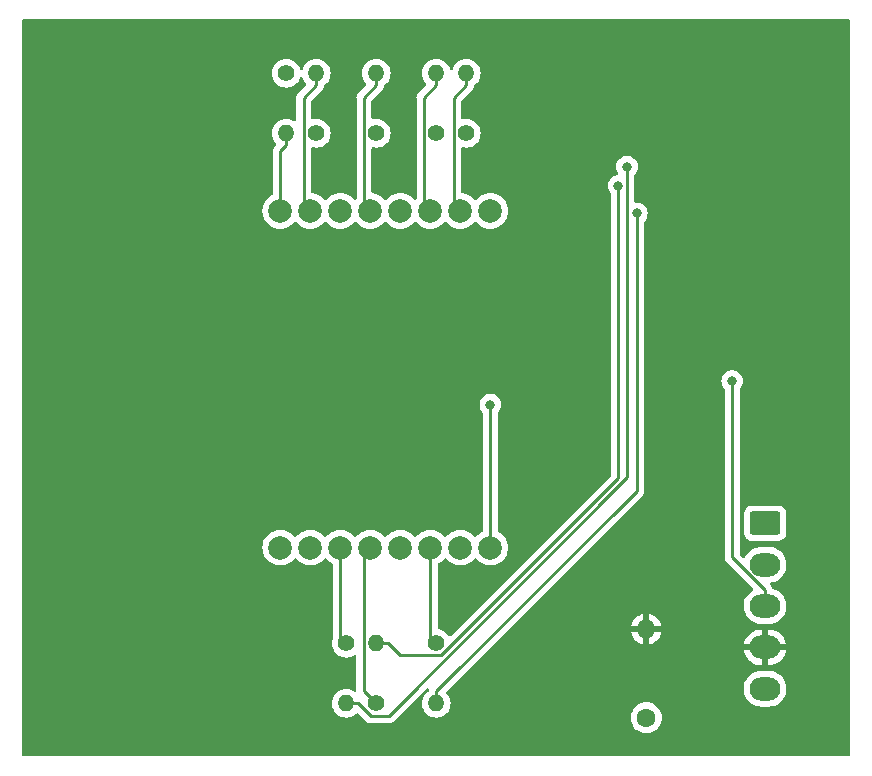
<source format=gbl>
%TF.GenerationSoftware,KiCad,Pcbnew,(6.0.0)*%
%TF.CreationDate,2022-02-11T23:13:40+09:00*%
%TF.ProjectId,8x8_eyes,3878385f-6579-4657-932e-6b696361645f,rev?*%
%TF.SameCoordinates,Original*%
%TF.FileFunction,Copper,L2,Bot*%
%TF.FilePolarity,Positive*%
%FSLAX46Y46*%
G04 Gerber Fmt 4.6, Leading zero omitted, Abs format (unit mm)*
G04 Created by KiCad (PCBNEW (6.0.0)) date 2022-02-11 23:13:40*
%MOMM*%
%LPD*%
G01*
G04 APERTURE LIST*
G04 Aperture macros list*
%AMRoundRect*
0 Rectangle with rounded corners*
0 $1 Rounding radius*
0 $2 $3 $4 $5 $6 $7 $8 $9 X,Y pos of 4 corners*
0 Add a 4 corners polygon primitive as box body*
4,1,4,$2,$3,$4,$5,$6,$7,$8,$9,$2,$3,0*
0 Add four circle primitives for the rounded corners*
1,1,$1+$1,$2,$3*
1,1,$1+$1,$4,$5*
1,1,$1+$1,$6,$7*
1,1,$1+$1,$8,$9*
0 Add four rect primitives between the rounded corners*
20,1,$1+$1,$2,$3,$4,$5,0*
20,1,$1+$1,$4,$5,$6,$7,0*
20,1,$1+$1,$6,$7,$8,$9,0*
20,1,$1+$1,$8,$9,$2,$3,0*%
G04 Aperture macros list end*
%TA.AperFunction,ComponentPad*%
%ADD10C,2.000000*%
%TD*%
%TA.AperFunction,ComponentPad*%
%ADD11RoundRect,0.250000X-1.050000X0.750000X-1.050000X-0.750000X1.050000X-0.750000X1.050000X0.750000X0*%
%TD*%
%TA.AperFunction,ComponentPad*%
%ADD12O,2.600000X2.000000*%
%TD*%
%TA.AperFunction,ComponentPad*%
%ADD13C,1.600000*%
%TD*%
%TA.AperFunction,ComponentPad*%
%ADD14O,1.600000X1.600000*%
%TD*%
%TA.AperFunction,ComponentPad*%
%ADD15C,1.400000*%
%TD*%
%TA.AperFunction,ComponentPad*%
%ADD16O,1.400000X1.400000*%
%TD*%
%TA.AperFunction,ViaPad*%
%ADD17C,0.800000*%
%TD*%
%TA.AperFunction,Conductor*%
%ADD18C,0.250000*%
%TD*%
G04 APERTURE END LIST*
D10*
X129035000Y-87845000D03*
X131575000Y-87845000D03*
X134115000Y-87845000D03*
X136655000Y-87845000D03*
X139195000Y-87845000D03*
X141735000Y-87845000D03*
X144275000Y-87845000D03*
X146815000Y-87845000D03*
X146815000Y-116345000D03*
X144275000Y-116345000D03*
X141735000Y-116345000D03*
X139195000Y-116345000D03*
X136655000Y-116345000D03*
X134115000Y-116345000D03*
X131575000Y-116345000D03*
X129035000Y-116345000D03*
D11*
X170080000Y-114300000D03*
D12*
X170080000Y-117800000D03*
X170080000Y-121300000D03*
X170080000Y-124800000D03*
X170080000Y-128300000D03*
D13*
X160020000Y-130750000D03*
D14*
X160020000Y-123250000D03*
D15*
X134620000Y-124460000D03*
D16*
X134620000Y-129540000D03*
D15*
X142240000Y-124460000D03*
D16*
X142240000Y-129540000D03*
D15*
X142240000Y-81280000D03*
D16*
X142240000Y-76200000D03*
D15*
X144780000Y-81280000D03*
D16*
X144780000Y-76200000D03*
D15*
X137160000Y-81280000D03*
D16*
X137160000Y-76200000D03*
D15*
X137160000Y-129540000D03*
D16*
X137160000Y-124460000D03*
D15*
X129540000Y-76200000D03*
D16*
X129540000Y-81280000D03*
D15*
X132080000Y-81280000D03*
D16*
X132080000Y-76200000D03*
D17*
X151500000Y-127500000D03*
X159500000Y-116500000D03*
X174000000Y-105500000D03*
X174000000Y-93000000D03*
X174000000Y-86500000D03*
X173500000Y-77500000D03*
X165500000Y-73000000D03*
X154000000Y-73000000D03*
X146000000Y-73000000D03*
X130496430Y-72975170D03*
X125426552Y-76982009D03*
X119500000Y-77000000D03*
X129000000Y-128000000D03*
X121000000Y-128000000D03*
X111500000Y-128000000D03*
X111500000Y-120500000D03*
X111500000Y-111500000D03*
X111500000Y-102000000D03*
X111500000Y-93500000D03*
X111500000Y-85000000D03*
X111500000Y-77000000D03*
X157665600Y-85725000D03*
X167292900Y-102235000D03*
X146815000Y-104251300D03*
X159219200Y-88053900D03*
X158390900Y-84095900D03*
D18*
X136118000Y-116882000D02*
X136655000Y-116345000D01*
X136118000Y-128498000D02*
X136118000Y-116882000D01*
X137160000Y-129540000D02*
X136118000Y-128498000D01*
X137160000Y-124460000D02*
X138185300Y-124460000D01*
X157665600Y-110495400D02*
X157665600Y-85725000D01*
X142675700Y-125485300D02*
X157665600Y-110495400D01*
X139210600Y-125485300D02*
X142675700Y-125485300D01*
X138185300Y-124460000D02*
X139210600Y-125485300D01*
X170080000Y-121300000D02*
X170080000Y-119974700D01*
X167292900Y-117187600D02*
X167292900Y-102235000D01*
X170080000Y-119974700D02*
X167292900Y-117187600D01*
X146815000Y-116345000D02*
X146815000Y-104251300D01*
X129035000Y-82810300D02*
X129035000Y-87845000D01*
X129540000Y-82305300D02*
X129035000Y-82810300D01*
X129540000Y-81280000D02*
X129540000Y-82305300D01*
X131001200Y-87271200D02*
X131575000Y-87845000D01*
X131001200Y-78304100D02*
X131001200Y-87271200D01*
X132080000Y-77225300D02*
X131001200Y-78304100D01*
X132080000Y-76200000D02*
X132080000Y-77225300D01*
X141203600Y-87313600D02*
X141735000Y-87845000D01*
X141203600Y-78261700D02*
X141203600Y-87313600D01*
X142240000Y-77225300D02*
X141203600Y-78261700D01*
X142240000Y-76200000D02*
X142240000Y-77225300D01*
X143701200Y-87271200D02*
X144275000Y-87845000D01*
X143701200Y-78304100D02*
X143701200Y-87271200D01*
X144780000Y-77225300D02*
X143701200Y-78304100D01*
X144780000Y-76200000D02*
X144780000Y-77225300D01*
X159219200Y-111535500D02*
X159219200Y-88053900D01*
X142240000Y-128514700D02*
X159219200Y-111535500D01*
X142240000Y-129540000D02*
X142240000Y-128514700D01*
X141735000Y-123955000D02*
X141735000Y-116345000D01*
X142240000Y-124460000D02*
X141735000Y-123955000D01*
X134620000Y-129540000D02*
X135645300Y-129540000D01*
X158390900Y-110407000D02*
X158390900Y-84095900D01*
X138223400Y-130574500D02*
X158390900Y-110407000D01*
X136679800Y-130574500D02*
X138223400Y-130574500D01*
X135645300Y-129540000D02*
X136679800Y-130574500D01*
X134115000Y-123955000D02*
X134115000Y-116345000D01*
X134620000Y-124460000D02*
X134115000Y-123955000D01*
X136123600Y-87313600D02*
X136655000Y-87845000D01*
X136123600Y-78261700D02*
X136123600Y-87313600D01*
X137160000Y-77225300D02*
X136123600Y-78261700D01*
X137160000Y-76200000D02*
X137160000Y-77225300D01*
%TA.AperFunction,Conductor*%
G36*
X177234121Y-71648002D02*
G01*
X177280614Y-71701658D01*
X177292000Y-71754000D01*
X177292000Y-133874000D01*
X177271998Y-133942121D01*
X177218342Y-133988614D01*
X177166000Y-134000000D01*
X107314000Y-134000000D01*
X107245879Y-133979998D01*
X107199386Y-133926342D01*
X107188000Y-133874000D01*
X107188000Y-116345000D01*
X127521835Y-116345000D01*
X127540465Y-116581711D01*
X127541619Y-116586518D01*
X127541620Y-116586524D01*
X127542818Y-116591512D01*
X127595895Y-116812594D01*
X127597788Y-116817165D01*
X127597789Y-116817167D01*
X127657822Y-116962099D01*
X127686760Y-117031963D01*
X127689346Y-117036183D01*
X127808241Y-117230202D01*
X127808245Y-117230208D01*
X127810824Y-117234416D01*
X127965031Y-117414969D01*
X128145584Y-117569176D01*
X128149792Y-117571755D01*
X128149798Y-117571759D01*
X128341335Y-117689133D01*
X128348037Y-117693240D01*
X128352607Y-117695133D01*
X128352611Y-117695135D01*
X128490469Y-117752237D01*
X128567406Y-117784105D01*
X128619310Y-117796566D01*
X128793476Y-117838380D01*
X128793482Y-117838381D01*
X128798289Y-117839535D01*
X129035000Y-117858165D01*
X129271711Y-117839535D01*
X129276518Y-117838381D01*
X129276524Y-117838380D01*
X129450690Y-117796566D01*
X129502594Y-117784105D01*
X129579531Y-117752237D01*
X129717389Y-117695135D01*
X129717393Y-117695133D01*
X129721963Y-117693240D01*
X129728665Y-117689133D01*
X129920202Y-117571759D01*
X129920208Y-117571755D01*
X129924416Y-117569176D01*
X130104969Y-117414969D01*
X130108177Y-117411213D01*
X130108182Y-117411208D01*
X130209189Y-117292944D01*
X130268639Y-117254134D01*
X130339634Y-117253628D01*
X130400811Y-117292944D01*
X130501818Y-117411208D01*
X130501823Y-117411213D01*
X130505031Y-117414969D01*
X130685584Y-117569176D01*
X130689792Y-117571755D01*
X130689798Y-117571759D01*
X130881335Y-117689133D01*
X130888037Y-117693240D01*
X130892607Y-117695133D01*
X130892611Y-117695135D01*
X131030469Y-117752237D01*
X131107406Y-117784105D01*
X131159310Y-117796566D01*
X131333476Y-117838380D01*
X131333482Y-117838381D01*
X131338289Y-117839535D01*
X131575000Y-117858165D01*
X131811711Y-117839535D01*
X131816518Y-117838381D01*
X131816524Y-117838380D01*
X131990690Y-117796566D01*
X132042594Y-117784105D01*
X132119531Y-117752237D01*
X132257389Y-117695135D01*
X132257393Y-117695133D01*
X132261963Y-117693240D01*
X132268665Y-117689133D01*
X132460202Y-117571759D01*
X132460208Y-117571755D01*
X132464416Y-117569176D01*
X132644969Y-117414969D01*
X132648177Y-117411213D01*
X132648182Y-117411208D01*
X132749189Y-117292944D01*
X132808639Y-117254134D01*
X132879634Y-117253628D01*
X132940811Y-117292944D01*
X133041818Y-117411208D01*
X133041823Y-117411213D01*
X133045031Y-117414969D01*
X133225584Y-117569176D01*
X133229792Y-117571755D01*
X133229798Y-117571759D01*
X133421335Y-117689133D01*
X133468966Y-117741781D01*
X133481500Y-117796566D01*
X133481500Y-123876233D01*
X133480973Y-123887416D01*
X133479298Y-123894909D01*
X133479547Y-123902835D01*
X133479547Y-123902836D01*
X133481438Y-123962986D01*
X133481500Y-123966945D01*
X133481500Y-123994856D01*
X133481997Y-123998790D01*
X133481997Y-123998791D01*
X133482005Y-123998856D01*
X133482938Y-124010706D01*
X133483017Y-124013224D01*
X133478786Y-124049784D01*
X133425314Y-124249345D01*
X133406884Y-124460000D01*
X133425314Y-124670655D01*
X133480044Y-124874910D01*
X133482366Y-124879891D01*
X133482367Y-124879892D01*
X133565484Y-125058136D01*
X133569411Y-125066558D01*
X133690699Y-125239776D01*
X133840224Y-125389301D01*
X134013442Y-125510589D01*
X134018420Y-125512910D01*
X134018423Y-125512912D01*
X134145179Y-125572019D01*
X134205090Y-125599956D01*
X134210398Y-125601378D01*
X134210400Y-125601379D01*
X134404030Y-125653262D01*
X134404032Y-125653262D01*
X134409345Y-125654686D01*
X134620000Y-125673116D01*
X134830655Y-125654686D01*
X134835968Y-125653262D01*
X134835970Y-125653262D01*
X135029600Y-125601379D01*
X135029602Y-125601378D01*
X135034910Y-125599956D01*
X135094821Y-125572019D01*
X135221577Y-125512912D01*
X135221580Y-125512910D01*
X135226558Y-125510589D01*
X135286232Y-125468805D01*
X135353503Y-125446118D01*
X135422363Y-125463403D01*
X135470948Y-125515172D01*
X135484500Y-125572019D01*
X135484500Y-128419233D01*
X135483972Y-128430420D01*
X135482298Y-128437909D01*
X135482402Y-128441211D01*
X135456836Y-128505237D01*
X135399041Y-128546470D01*
X135328128Y-128549912D01*
X135285457Y-128530652D01*
X135226558Y-128489411D01*
X135221580Y-128487090D01*
X135221577Y-128487088D01*
X135039892Y-128402367D01*
X135039891Y-128402366D01*
X135034910Y-128400044D01*
X135029602Y-128398622D01*
X135029600Y-128398621D01*
X134835970Y-128346738D01*
X134835968Y-128346738D01*
X134830655Y-128345314D01*
X134620000Y-128326884D01*
X134409345Y-128345314D01*
X134404032Y-128346738D01*
X134404030Y-128346738D01*
X134210400Y-128398621D01*
X134210398Y-128398622D01*
X134205090Y-128400044D01*
X134200109Y-128402366D01*
X134200108Y-128402367D01*
X134018423Y-128487088D01*
X134018420Y-128487090D01*
X134013442Y-128489411D01*
X133840224Y-128610699D01*
X133690699Y-128760224D01*
X133569411Y-128933442D01*
X133567090Y-128938420D01*
X133567088Y-128938423D01*
X133516208Y-129047536D01*
X133480044Y-129125090D01*
X133478622Y-129130398D01*
X133478621Y-129130400D01*
X133468646Y-129167628D01*
X133425314Y-129329345D01*
X133406884Y-129540000D01*
X133425314Y-129750655D01*
X133426738Y-129755968D01*
X133426738Y-129755970D01*
X133440814Y-129808500D01*
X133480044Y-129954910D01*
X133482366Y-129959891D01*
X133482367Y-129959892D01*
X133544554Y-130093251D01*
X133569411Y-130146558D01*
X133690699Y-130319776D01*
X133840224Y-130469301D01*
X134013442Y-130590589D01*
X134018420Y-130592910D01*
X134018423Y-130592912D01*
X134200108Y-130677633D01*
X134205090Y-130679956D01*
X134210398Y-130681378D01*
X134210400Y-130681379D01*
X134404030Y-130733262D01*
X134404032Y-130733262D01*
X134409345Y-130734686D01*
X134620000Y-130753116D01*
X134830655Y-130734686D01*
X134835968Y-130733262D01*
X134835970Y-130733262D01*
X135029600Y-130681379D01*
X135029602Y-130681378D01*
X135034910Y-130679956D01*
X135039892Y-130677633D01*
X135221577Y-130592912D01*
X135221580Y-130592910D01*
X135226558Y-130590589D01*
X135399776Y-130469301D01*
X135450141Y-130418936D01*
X135512453Y-130384910D01*
X135583268Y-130389975D01*
X135628331Y-130418936D01*
X136176148Y-130966753D01*
X136183688Y-130975039D01*
X136187800Y-130981518D01*
X136193577Y-130986943D01*
X136237451Y-131028143D01*
X136240293Y-131030898D01*
X136260030Y-131050635D01*
X136263227Y-131053115D01*
X136272247Y-131060818D01*
X136304479Y-131091086D01*
X136311425Y-131094905D01*
X136311428Y-131094907D01*
X136322234Y-131100848D01*
X136338753Y-131111699D01*
X136354759Y-131124114D01*
X136362028Y-131127259D01*
X136362032Y-131127262D01*
X136395337Y-131141674D01*
X136405987Y-131146891D01*
X136444740Y-131168195D01*
X136452415Y-131170166D01*
X136452416Y-131170166D01*
X136464362Y-131173233D01*
X136483067Y-131179637D01*
X136501655Y-131187681D01*
X136509478Y-131188920D01*
X136509488Y-131188923D01*
X136545324Y-131194599D01*
X136556944Y-131197005D01*
X136588759Y-131205173D01*
X136599770Y-131208000D01*
X136620024Y-131208000D01*
X136639734Y-131209551D01*
X136659743Y-131212720D01*
X136667635Y-131211974D01*
X136686380Y-131210202D01*
X136703762Y-131208559D01*
X136715619Y-131208000D01*
X138144633Y-131208000D01*
X138155816Y-131208527D01*
X138163309Y-131210202D01*
X138171235Y-131209953D01*
X138171236Y-131209953D01*
X138231386Y-131208062D01*
X138235345Y-131208000D01*
X138263256Y-131208000D01*
X138267191Y-131207503D01*
X138267256Y-131207495D01*
X138279093Y-131206562D01*
X138311351Y-131205548D01*
X138315370Y-131205422D01*
X138323289Y-131205173D01*
X138342743Y-131199521D01*
X138362100Y-131195513D01*
X138374330Y-131193968D01*
X138374331Y-131193968D01*
X138382197Y-131192974D01*
X138389568Y-131190055D01*
X138389570Y-131190055D01*
X138423312Y-131176696D01*
X138434542Y-131172851D01*
X138469383Y-131162729D01*
X138469384Y-131162729D01*
X138476993Y-131160518D01*
X138483812Y-131156485D01*
X138483817Y-131156483D01*
X138494428Y-131150207D01*
X138512176Y-131141512D01*
X138531017Y-131134052D01*
X138566787Y-131108064D01*
X138576707Y-131101548D01*
X138607935Y-131083080D01*
X138607938Y-131083078D01*
X138614762Y-131079042D01*
X138629083Y-131064721D01*
X138644117Y-131051880D01*
X138654094Y-131044631D01*
X138660507Y-131039972D01*
X138688698Y-131005895D01*
X138696688Y-130997116D01*
X141400821Y-128292983D01*
X141463133Y-128258957D01*
X141533948Y-128264022D01*
X141590784Y-128306569D01*
X141615595Y-128373089D01*
X141611958Y-128413411D01*
X141606500Y-128434670D01*
X141606500Y-128442685D01*
X141606481Y-128442750D01*
X141605507Y-128450460D01*
X141604263Y-128450303D01*
X141586498Y-128510806D01*
X141552771Y-128545897D01*
X141460224Y-128610699D01*
X141310699Y-128760224D01*
X141189411Y-128933442D01*
X141187090Y-128938420D01*
X141187088Y-128938423D01*
X141136208Y-129047536D01*
X141100044Y-129125090D01*
X141098622Y-129130398D01*
X141098621Y-129130400D01*
X141088646Y-129167628D01*
X141045314Y-129329345D01*
X141026884Y-129540000D01*
X141045314Y-129750655D01*
X141046738Y-129755968D01*
X141046738Y-129755970D01*
X141060814Y-129808500D01*
X141100044Y-129954910D01*
X141102366Y-129959891D01*
X141102367Y-129959892D01*
X141164554Y-130093251D01*
X141189411Y-130146558D01*
X141310699Y-130319776D01*
X141460224Y-130469301D01*
X141633442Y-130590589D01*
X141638420Y-130592910D01*
X141638423Y-130592912D01*
X141820108Y-130677633D01*
X141825090Y-130679956D01*
X141830398Y-130681378D01*
X141830400Y-130681379D01*
X142024030Y-130733262D01*
X142024032Y-130733262D01*
X142029345Y-130734686D01*
X142240000Y-130753116D01*
X142275616Y-130750000D01*
X158706502Y-130750000D01*
X158726457Y-130978087D01*
X158727881Y-130983400D01*
X158727881Y-130983402D01*
X158780463Y-131179637D01*
X158785716Y-131199243D01*
X158788039Y-131204224D01*
X158788039Y-131204225D01*
X158880151Y-131401762D01*
X158880154Y-131401767D01*
X158882477Y-131406749D01*
X159013802Y-131594300D01*
X159175700Y-131756198D01*
X159180208Y-131759355D01*
X159180211Y-131759357D01*
X159258389Y-131814098D01*
X159363251Y-131887523D01*
X159368233Y-131889846D01*
X159368238Y-131889849D01*
X159565775Y-131981961D01*
X159570757Y-131984284D01*
X159576065Y-131985706D01*
X159576067Y-131985707D01*
X159786598Y-132042119D01*
X159786600Y-132042119D01*
X159791913Y-132043543D01*
X160020000Y-132063498D01*
X160248087Y-132043543D01*
X160253400Y-132042119D01*
X160253402Y-132042119D01*
X160463933Y-131985707D01*
X160463935Y-131985706D01*
X160469243Y-131984284D01*
X160474225Y-131981961D01*
X160671762Y-131889849D01*
X160671767Y-131889846D01*
X160676749Y-131887523D01*
X160781611Y-131814098D01*
X160859789Y-131759357D01*
X160859792Y-131759355D01*
X160864300Y-131756198D01*
X161026198Y-131594300D01*
X161157523Y-131406749D01*
X161159846Y-131401767D01*
X161159849Y-131401762D01*
X161251961Y-131204225D01*
X161251961Y-131204224D01*
X161254284Y-131199243D01*
X161259538Y-131179637D01*
X161312119Y-130983402D01*
X161312119Y-130983400D01*
X161313543Y-130978087D01*
X161333498Y-130750000D01*
X161313543Y-130521913D01*
X161254284Y-130300757D01*
X161184481Y-130151063D01*
X161159849Y-130098238D01*
X161159846Y-130098233D01*
X161157523Y-130093251D01*
X161026198Y-129905700D01*
X160864300Y-129743802D01*
X160859792Y-129740645D01*
X160859789Y-129740643D01*
X160779521Y-129684439D01*
X160676749Y-129612477D01*
X160671767Y-129610154D01*
X160671762Y-129610151D01*
X160474225Y-129518039D01*
X160474224Y-129518039D01*
X160469243Y-129515716D01*
X160463935Y-129514294D01*
X160463933Y-129514293D01*
X160253402Y-129457881D01*
X160253400Y-129457881D01*
X160248087Y-129456457D01*
X160020000Y-129436502D01*
X159791913Y-129456457D01*
X159786600Y-129457881D01*
X159786598Y-129457881D01*
X159576067Y-129514293D01*
X159576065Y-129514294D01*
X159570757Y-129515716D01*
X159565776Y-129518039D01*
X159565775Y-129518039D01*
X159368238Y-129610151D01*
X159368233Y-129610154D01*
X159363251Y-129612477D01*
X159260479Y-129684439D01*
X159180211Y-129740643D01*
X159180208Y-129740645D01*
X159175700Y-129743802D01*
X159013802Y-129905700D01*
X158882477Y-130093251D01*
X158880154Y-130098233D01*
X158880151Y-130098238D01*
X158855519Y-130151063D01*
X158785716Y-130300757D01*
X158726457Y-130521913D01*
X158706502Y-130750000D01*
X142275616Y-130750000D01*
X142450655Y-130734686D01*
X142455968Y-130733262D01*
X142455970Y-130733262D01*
X142649600Y-130681379D01*
X142649602Y-130681378D01*
X142654910Y-130679956D01*
X142659892Y-130677633D01*
X142841577Y-130592912D01*
X142841580Y-130592910D01*
X142846558Y-130590589D01*
X143019776Y-130469301D01*
X143169301Y-130319776D01*
X143290589Y-130146558D01*
X143315447Y-130093251D01*
X143377633Y-129959892D01*
X143377634Y-129959891D01*
X143379956Y-129954910D01*
X143419187Y-129808500D01*
X143433262Y-129755970D01*
X143433262Y-129755968D01*
X143434686Y-129750655D01*
X143453116Y-129540000D01*
X143434686Y-129329345D01*
X143391354Y-129167628D01*
X143381379Y-129130400D01*
X143381378Y-129130398D01*
X143379956Y-129125090D01*
X143343792Y-129047536D01*
X143292912Y-128938423D01*
X143292910Y-128938420D01*
X143290589Y-128933442D01*
X143169301Y-128760224D01*
X143118936Y-128709859D01*
X143084910Y-128647547D01*
X143089975Y-128576732D01*
X143118936Y-128531669D01*
X143297788Y-128352817D01*
X168267514Y-128352817D01*
X168268095Y-128357837D01*
X168268095Y-128357841D01*
X168289921Y-128546470D01*
X168295415Y-128593956D01*
X168296791Y-128598820D01*
X168296792Y-128598823D01*
X168336556Y-128739347D01*
X168361510Y-128827532D01*
X168363644Y-128832108D01*
X168363646Y-128832114D01*
X168420446Y-128953922D01*
X168464099Y-129047536D01*
X168600544Y-129248307D01*
X168767332Y-129424681D01*
X168771358Y-129427759D01*
X168771359Y-129427760D01*
X168956154Y-129569047D01*
X168956158Y-129569050D01*
X168960174Y-129572120D01*
X169174109Y-129686831D01*
X169403631Y-129765862D01*
X169502978Y-129783022D01*
X169638926Y-129806504D01*
X169638932Y-129806505D01*
X169642836Y-129807179D01*
X169646797Y-129807359D01*
X169646798Y-129807359D01*
X169670506Y-129808436D01*
X169670525Y-129808436D01*
X169671925Y-129808500D01*
X170441001Y-129808500D01*
X170443509Y-129808298D01*
X170443514Y-129808298D01*
X170616924Y-129794346D01*
X170616929Y-129794345D01*
X170621965Y-129793940D01*
X170626873Y-129792734D01*
X170626876Y-129792734D01*
X170852792Y-129737244D01*
X170857706Y-129736037D01*
X170862358Y-129734062D01*
X170862362Y-129734061D01*
X171076498Y-129643165D01*
X171081156Y-129641188D01*
X171187037Y-129574511D01*
X171282288Y-129514528D01*
X171282291Y-129514526D01*
X171286567Y-129511833D01*
X171385422Y-129424681D01*
X171464858Y-129354650D01*
X171464861Y-129354647D01*
X171468655Y-129351302D01*
X171486691Y-129329345D01*
X171619526Y-129167628D01*
X171619528Y-129167625D01*
X171622734Y-129163722D01*
X171744841Y-128953922D01*
X171750790Y-128938423D01*
X171830020Y-128732022D01*
X171830021Y-128732018D01*
X171831833Y-128727298D01*
X171836819Y-128703431D01*
X171880440Y-128494631D01*
X171880440Y-128494627D01*
X171881474Y-128489680D01*
X171892486Y-128247183D01*
X171891156Y-128235689D01*
X171865167Y-128011071D01*
X171865166Y-128011067D01*
X171864585Y-128006044D01*
X171825517Y-127867978D01*
X171799866Y-127777331D01*
X171798490Y-127772468D01*
X171796356Y-127767892D01*
X171796354Y-127767886D01*
X171698038Y-127557046D01*
X171698036Y-127557042D01*
X171695901Y-127552464D01*
X171559456Y-127351693D01*
X171392668Y-127175319D01*
X171388641Y-127172240D01*
X171203846Y-127030953D01*
X171203842Y-127030950D01*
X171199826Y-127027880D01*
X170985891Y-126913169D01*
X170756369Y-126834138D01*
X170657022Y-126816978D01*
X170521074Y-126793496D01*
X170521068Y-126793495D01*
X170517164Y-126792821D01*
X170513203Y-126792641D01*
X170513202Y-126792641D01*
X170489494Y-126791564D01*
X170489475Y-126791564D01*
X170488075Y-126791500D01*
X169718999Y-126791500D01*
X169716491Y-126791702D01*
X169716486Y-126791702D01*
X169543076Y-126805654D01*
X169543071Y-126805655D01*
X169538035Y-126806060D01*
X169533127Y-126807266D01*
X169533124Y-126807266D01*
X169417007Y-126835787D01*
X169302294Y-126863963D01*
X169297642Y-126865938D01*
X169297638Y-126865939D01*
X169190252Y-126911522D01*
X169078844Y-126958812D01*
X169074560Y-126961510D01*
X168877712Y-127085472D01*
X168877709Y-127085474D01*
X168873433Y-127088167D01*
X168869639Y-127091512D01*
X168695142Y-127245350D01*
X168695139Y-127245353D01*
X168691345Y-127248698D01*
X168537266Y-127436278D01*
X168415159Y-127646078D01*
X168328167Y-127872702D01*
X168327133Y-127877652D01*
X168327132Y-127877655D01*
X168296831Y-128022700D01*
X168278526Y-128110320D01*
X168267514Y-128352817D01*
X143297788Y-128352817D01*
X146579491Y-125071114D01*
X168293275Y-125071114D01*
X168295325Y-125088830D01*
X168297285Y-125098727D01*
X168360604Y-125322494D01*
X168364116Y-125331938D01*
X168462399Y-125542705D01*
X168467378Y-125551471D01*
X168598087Y-125743802D01*
X168604419Y-125751677D01*
X168764186Y-125920626D01*
X168771695Y-125927387D01*
X168956426Y-126068625D01*
X168964905Y-126074089D01*
X169169847Y-126183978D01*
X169179099Y-126188020D01*
X169398971Y-126263727D01*
X169408743Y-126266236D01*
X169638971Y-126306004D01*
X169646843Y-126306859D01*
X169670551Y-126307936D01*
X169673384Y-126308000D01*
X169807885Y-126308000D01*
X169823124Y-126303525D01*
X169824329Y-126302135D01*
X169826000Y-126294452D01*
X169826000Y-126289885D01*
X170334000Y-126289885D01*
X170338475Y-126305124D01*
X170339865Y-126306329D01*
X170347548Y-126308000D01*
X170438456Y-126308000D01*
X170443488Y-126307798D01*
X170616843Y-126293850D01*
X170626796Y-126292238D01*
X170852633Y-126236767D01*
X170862203Y-126233584D01*
X171076265Y-126142720D01*
X171085207Y-126138045D01*
X171281987Y-126014126D01*
X171290060Y-126008086D01*
X171464500Y-125854297D01*
X171471504Y-125847044D01*
X171619110Y-125667346D01*
X171624866Y-125659064D01*
X171741841Y-125458081D01*
X171746203Y-125448976D01*
X171829537Y-125231885D01*
X171832388Y-125222196D01*
X171863821Y-125071736D01*
X171862698Y-125057675D01*
X171852590Y-125054000D01*
X170352115Y-125054000D01*
X170336876Y-125058475D01*
X170335671Y-125059865D01*
X170334000Y-125067548D01*
X170334000Y-126289885D01*
X169826000Y-126289885D01*
X169826000Y-125072115D01*
X169821525Y-125056876D01*
X169820135Y-125055671D01*
X169812452Y-125054000D01*
X168309410Y-125054000D01*
X168295324Y-125058136D01*
X168293275Y-125071114D01*
X146579491Y-125071114D01*
X148134083Y-123516522D01*
X158737273Y-123516522D01*
X158784764Y-123693761D01*
X158788510Y-123704053D01*
X158880586Y-123901511D01*
X158886069Y-123911007D01*
X159011028Y-124089467D01*
X159018084Y-124097875D01*
X159172125Y-124251916D01*
X159180533Y-124258972D01*
X159358993Y-124383931D01*
X159368489Y-124389414D01*
X159565947Y-124481490D01*
X159576239Y-124485236D01*
X159748503Y-124531394D01*
X159762599Y-124531058D01*
X159766000Y-124523116D01*
X159766000Y-124517967D01*
X160274000Y-124517967D01*
X160277973Y-124531498D01*
X160286522Y-124532727D01*
X160303178Y-124528264D01*
X168296179Y-124528264D01*
X168297302Y-124542325D01*
X168307410Y-124546000D01*
X169807885Y-124546000D01*
X169823124Y-124541525D01*
X169824329Y-124540135D01*
X169826000Y-124532452D01*
X169826000Y-124527885D01*
X170334000Y-124527885D01*
X170338475Y-124543124D01*
X170339865Y-124544329D01*
X170347548Y-124546000D01*
X171850590Y-124546000D01*
X171864676Y-124541864D01*
X171866725Y-124528886D01*
X171864675Y-124511170D01*
X171862715Y-124501273D01*
X171799396Y-124277506D01*
X171795884Y-124268062D01*
X171697601Y-124057295D01*
X171692622Y-124048529D01*
X171561913Y-123856198D01*
X171555581Y-123848323D01*
X171395814Y-123679374D01*
X171388305Y-123672613D01*
X171203574Y-123531375D01*
X171195095Y-123525911D01*
X170990153Y-123416022D01*
X170980901Y-123411980D01*
X170761029Y-123336273D01*
X170751257Y-123333764D01*
X170521029Y-123293996D01*
X170513157Y-123293141D01*
X170489449Y-123292064D01*
X170486616Y-123292000D01*
X170352115Y-123292000D01*
X170336876Y-123296475D01*
X170335671Y-123297865D01*
X170334000Y-123305548D01*
X170334000Y-124527885D01*
X169826000Y-124527885D01*
X169826000Y-123310115D01*
X169821525Y-123294876D01*
X169820135Y-123293671D01*
X169812452Y-123292000D01*
X169721544Y-123292000D01*
X169716512Y-123292202D01*
X169543157Y-123306150D01*
X169533204Y-123307762D01*
X169307367Y-123363233D01*
X169297797Y-123366416D01*
X169083735Y-123457280D01*
X169074793Y-123461955D01*
X168878013Y-123585874D01*
X168869940Y-123591914D01*
X168695500Y-123745703D01*
X168688496Y-123752956D01*
X168540890Y-123932654D01*
X168535134Y-123940936D01*
X168418159Y-124141919D01*
X168413797Y-124151024D01*
X168330463Y-124368115D01*
X168327612Y-124377804D01*
X168296179Y-124528264D01*
X160303178Y-124528264D01*
X160463761Y-124485236D01*
X160474053Y-124481490D01*
X160671511Y-124389414D01*
X160681007Y-124383931D01*
X160859467Y-124258972D01*
X160867875Y-124251916D01*
X161021916Y-124097875D01*
X161028972Y-124089467D01*
X161153931Y-123911007D01*
X161159414Y-123901511D01*
X161251490Y-123704053D01*
X161255236Y-123693761D01*
X161301394Y-123521497D01*
X161301058Y-123507401D01*
X161293116Y-123504000D01*
X160292115Y-123504000D01*
X160276876Y-123508475D01*
X160275671Y-123509865D01*
X160274000Y-123517548D01*
X160274000Y-124517967D01*
X159766000Y-124517967D01*
X159766000Y-123522115D01*
X159761525Y-123506876D01*
X159760135Y-123505671D01*
X159752452Y-123504000D01*
X158752033Y-123504000D01*
X158738502Y-123507973D01*
X158737273Y-123516522D01*
X148134083Y-123516522D01*
X148672102Y-122978503D01*
X158738606Y-122978503D01*
X158738942Y-122992599D01*
X158746884Y-122996000D01*
X159747885Y-122996000D01*
X159763124Y-122991525D01*
X159764329Y-122990135D01*
X159766000Y-122982452D01*
X159766000Y-122977885D01*
X160274000Y-122977885D01*
X160278475Y-122993124D01*
X160279865Y-122994329D01*
X160287548Y-122996000D01*
X161287967Y-122996000D01*
X161301498Y-122992027D01*
X161302727Y-122983478D01*
X161255236Y-122806239D01*
X161251490Y-122795947D01*
X161159414Y-122598489D01*
X161153931Y-122588993D01*
X161028972Y-122410533D01*
X161021916Y-122402125D01*
X160867875Y-122248084D01*
X160859467Y-122241028D01*
X160681007Y-122116069D01*
X160671511Y-122110586D01*
X160474053Y-122018510D01*
X160463761Y-122014764D01*
X160291497Y-121968606D01*
X160277401Y-121968942D01*
X160274000Y-121976884D01*
X160274000Y-122977885D01*
X159766000Y-122977885D01*
X159766000Y-121982033D01*
X159762027Y-121968502D01*
X159753478Y-121967273D01*
X159576239Y-122014764D01*
X159565947Y-122018510D01*
X159368489Y-122110586D01*
X159358993Y-122116069D01*
X159180533Y-122241028D01*
X159172125Y-122248084D01*
X159018084Y-122402125D01*
X159011028Y-122410533D01*
X158886069Y-122588993D01*
X158880586Y-122598489D01*
X158788510Y-122795947D01*
X158784764Y-122806239D01*
X158738606Y-122978503D01*
X148672102Y-122978503D01*
X159611453Y-112039152D01*
X159619739Y-112031612D01*
X159626218Y-112027500D01*
X159672844Y-111977848D01*
X159675598Y-111975007D01*
X159695335Y-111955270D01*
X159697815Y-111952073D01*
X159705520Y-111943051D01*
X159730359Y-111916600D01*
X159735786Y-111910821D01*
X159739605Y-111903875D01*
X159739607Y-111903872D01*
X159745548Y-111893066D01*
X159756399Y-111876547D01*
X159763958Y-111866801D01*
X159768814Y-111860541D01*
X159771959Y-111853272D01*
X159771962Y-111853268D01*
X159786374Y-111819963D01*
X159791591Y-111809313D01*
X159812895Y-111770560D01*
X159817933Y-111750937D01*
X159824337Y-111732234D01*
X159829233Y-111720920D01*
X159829233Y-111720919D01*
X159832381Y-111713645D01*
X159833620Y-111705822D01*
X159833623Y-111705812D01*
X159839299Y-111669976D01*
X159841705Y-111658356D01*
X159850728Y-111623211D01*
X159850728Y-111623210D01*
X159852700Y-111615530D01*
X159852700Y-111595276D01*
X159854251Y-111575565D01*
X159856180Y-111563386D01*
X159857420Y-111555557D01*
X159853259Y-111511538D01*
X159852700Y-111499681D01*
X159852700Y-102235000D01*
X166379396Y-102235000D01*
X166399358Y-102424928D01*
X166458373Y-102606556D01*
X166553860Y-102771944D01*
X166627037Y-102853215D01*
X166657753Y-102917221D01*
X166659400Y-102937524D01*
X166659400Y-117108833D01*
X166658873Y-117120016D01*
X166657198Y-117127509D01*
X166657447Y-117135435D01*
X166657447Y-117135436D01*
X166659338Y-117195586D01*
X166659400Y-117199545D01*
X166659400Y-117227456D01*
X166659897Y-117231390D01*
X166659897Y-117231391D01*
X166659905Y-117231456D01*
X166660838Y-117243293D01*
X166662227Y-117287489D01*
X166667878Y-117306939D01*
X166671887Y-117326300D01*
X166674426Y-117346397D01*
X166677345Y-117353768D01*
X166677345Y-117353770D01*
X166690704Y-117387512D01*
X166694549Y-117398742D01*
X166706882Y-117441193D01*
X166710915Y-117448012D01*
X166710917Y-117448017D01*
X166717193Y-117458628D01*
X166725888Y-117476376D01*
X166733348Y-117495217D01*
X166738010Y-117501633D01*
X166738010Y-117501634D01*
X166759336Y-117530987D01*
X166765852Y-117540907D01*
X166782571Y-117569176D01*
X166788358Y-117578962D01*
X166802679Y-117593283D01*
X166815519Y-117608316D01*
X166827428Y-117624707D01*
X166833534Y-117629758D01*
X166861505Y-117652898D01*
X166870284Y-117660888D01*
X169022070Y-119812674D01*
X169056096Y-119874986D01*
X169051031Y-119945801D01*
X169008484Y-120002637D01*
X169000123Y-120008386D01*
X168969167Y-120027880D01*
X168877712Y-120085472D01*
X168877709Y-120085474D01*
X168873433Y-120088167D01*
X168869639Y-120091512D01*
X168695142Y-120245350D01*
X168695139Y-120245353D01*
X168691345Y-120248698D01*
X168537266Y-120436278D01*
X168415159Y-120646078D01*
X168328167Y-120872702D01*
X168278526Y-121110320D01*
X168267514Y-121352817D01*
X168268095Y-121357837D01*
X168268095Y-121357841D01*
X168283923Y-121494631D01*
X168295415Y-121593956D01*
X168296791Y-121598820D01*
X168296792Y-121598823D01*
X168342476Y-121760266D01*
X168361510Y-121827532D01*
X168363644Y-121832108D01*
X168363646Y-121832114D01*
X168448817Y-122014764D01*
X168464099Y-122047536D01*
X168600544Y-122248307D01*
X168767332Y-122424681D01*
X168771358Y-122427759D01*
X168771359Y-122427760D01*
X168956154Y-122569047D01*
X168956158Y-122569050D01*
X168960174Y-122572120D01*
X169174109Y-122686831D01*
X169403631Y-122765862D01*
X169502978Y-122783022D01*
X169638926Y-122806504D01*
X169638932Y-122806505D01*
X169642836Y-122807179D01*
X169646797Y-122807359D01*
X169646798Y-122807359D01*
X169670506Y-122808436D01*
X169670525Y-122808436D01*
X169671925Y-122808500D01*
X170441001Y-122808500D01*
X170443509Y-122808298D01*
X170443514Y-122808298D01*
X170616924Y-122794346D01*
X170616929Y-122794345D01*
X170621965Y-122793940D01*
X170626873Y-122792734D01*
X170626876Y-122792734D01*
X170852792Y-122737244D01*
X170857706Y-122736037D01*
X170862358Y-122734062D01*
X170862362Y-122734061D01*
X171076498Y-122643165D01*
X171081156Y-122641188D01*
X171187037Y-122574511D01*
X171282288Y-122514528D01*
X171282291Y-122514526D01*
X171286567Y-122511833D01*
X171385422Y-122424681D01*
X171464858Y-122354650D01*
X171464861Y-122354647D01*
X171468655Y-122351302D01*
X171622734Y-122163722D01*
X171744841Y-121953922D01*
X171831833Y-121727298D01*
X171881474Y-121489680D01*
X171892486Y-121247183D01*
X171877235Y-121115373D01*
X171865167Y-121011071D01*
X171865166Y-121011067D01*
X171864585Y-121006044D01*
X171825517Y-120867978D01*
X171799866Y-120777331D01*
X171798490Y-120772468D01*
X171796356Y-120767892D01*
X171796354Y-120767886D01*
X171698038Y-120557046D01*
X171698036Y-120557042D01*
X171695901Y-120552464D01*
X171559456Y-120351693D01*
X171392668Y-120175319D01*
X171388641Y-120172240D01*
X171203846Y-120030953D01*
X171203842Y-120030950D01*
X171199826Y-120027880D01*
X171163476Y-120008389D01*
X170990352Y-119915561D01*
X170985891Y-119913169D01*
X170756369Y-119834138D01*
X170756984Y-119832351D01*
X170702963Y-119800198D01*
X170674302Y-119749618D01*
X170668230Y-119728719D01*
X170666019Y-119721107D01*
X170655705Y-119703666D01*
X170647008Y-119685913D01*
X170642472Y-119674458D01*
X170639552Y-119667083D01*
X170613563Y-119631312D01*
X170607047Y-119621392D01*
X170588578Y-119590163D01*
X170584542Y-119583338D01*
X170570221Y-119569017D01*
X170557380Y-119553983D01*
X170550131Y-119544006D01*
X170545472Y-119537593D01*
X170539368Y-119532543D01*
X170539363Y-119532538D01*
X170522924Y-119518939D01*
X170483186Y-119460106D01*
X170481563Y-119389127D01*
X170518572Y-119328540D01*
X170582462Y-119297579D01*
X170593133Y-119296260D01*
X170616924Y-119294346D01*
X170616929Y-119294345D01*
X170621965Y-119293940D01*
X170626873Y-119292734D01*
X170626876Y-119292734D01*
X170852792Y-119237244D01*
X170857706Y-119236037D01*
X170862358Y-119234062D01*
X170862362Y-119234061D01*
X171076498Y-119143165D01*
X171081156Y-119141188D01*
X171157646Y-119093019D01*
X171282288Y-119014528D01*
X171282291Y-119014526D01*
X171286567Y-119011833D01*
X171332166Y-118971633D01*
X171464858Y-118854650D01*
X171464861Y-118854647D01*
X171468655Y-118851302D01*
X171622734Y-118663722D01*
X171744841Y-118453922D01*
X171831833Y-118227298D01*
X171881474Y-117989680D01*
X171892486Y-117747183D01*
X171886245Y-117693240D01*
X171865167Y-117511071D01*
X171865166Y-117511067D01*
X171864585Y-117506044D01*
X171798490Y-117272468D01*
X171796356Y-117267892D01*
X171796354Y-117267886D01*
X171698038Y-117057046D01*
X171698036Y-117057042D01*
X171695901Y-117052464D01*
X171559456Y-116851693D01*
X171392668Y-116675319D01*
X171388641Y-116672240D01*
X171203846Y-116530953D01*
X171203842Y-116530950D01*
X171199826Y-116527880D01*
X170985891Y-116413169D01*
X170756369Y-116334138D01*
X170657022Y-116316978D01*
X170521074Y-116293496D01*
X170521068Y-116293495D01*
X170517164Y-116292821D01*
X170513203Y-116292641D01*
X170513202Y-116292641D01*
X170489494Y-116291564D01*
X170489475Y-116291564D01*
X170488075Y-116291500D01*
X169718999Y-116291500D01*
X169716491Y-116291702D01*
X169716486Y-116291702D01*
X169543076Y-116305654D01*
X169543071Y-116305655D01*
X169538035Y-116306060D01*
X169533127Y-116307266D01*
X169533124Y-116307266D01*
X169307208Y-116362756D01*
X169302294Y-116363963D01*
X169297642Y-116365938D01*
X169297638Y-116365939D01*
X169190252Y-116411522D01*
X169078844Y-116458812D01*
X169074560Y-116461510D01*
X168877712Y-116585472D01*
X168877709Y-116585474D01*
X168873433Y-116588167D01*
X168869639Y-116591512D01*
X168695142Y-116745350D01*
X168695139Y-116745353D01*
X168691345Y-116748698D01*
X168688135Y-116752606D01*
X168688134Y-116752607D01*
X168546370Y-116925195D01*
X168537266Y-116936278D01*
X168415159Y-117146078D01*
X168413346Y-117150801D01*
X168410387Y-117158510D01*
X168367303Y-117214940D01*
X168300550Y-117239118D01*
X168231322Y-117223368D01*
X168203660Y-117202454D01*
X167963305Y-116962099D01*
X167929279Y-116899787D01*
X167926400Y-116873004D01*
X167926400Y-115100400D01*
X168271500Y-115100400D01*
X168282474Y-115206166D01*
X168338450Y-115373946D01*
X168431522Y-115524348D01*
X168556697Y-115649305D01*
X168562927Y-115653145D01*
X168562928Y-115653146D01*
X168700090Y-115737694D01*
X168707262Y-115742115D01*
X168787005Y-115768564D01*
X168868611Y-115795632D01*
X168868613Y-115795632D01*
X168875139Y-115797797D01*
X168881975Y-115798497D01*
X168881978Y-115798498D01*
X168925031Y-115802909D01*
X168979600Y-115808500D01*
X171180400Y-115808500D01*
X171183646Y-115808163D01*
X171183650Y-115808163D01*
X171279308Y-115798238D01*
X171279312Y-115798237D01*
X171286166Y-115797526D01*
X171292702Y-115795345D01*
X171292704Y-115795345D01*
X171424806Y-115751272D01*
X171453946Y-115741550D01*
X171604348Y-115648478D01*
X171729305Y-115523303D01*
X171822115Y-115372738D01*
X171877797Y-115204861D01*
X171888500Y-115100400D01*
X171888500Y-113499600D01*
X171877526Y-113393834D01*
X171821550Y-113226054D01*
X171728478Y-113075652D01*
X171603303Y-112950695D01*
X171597072Y-112946854D01*
X171458968Y-112861725D01*
X171458966Y-112861724D01*
X171452738Y-112857885D01*
X171292254Y-112804655D01*
X171291389Y-112804368D01*
X171291387Y-112804368D01*
X171284861Y-112802203D01*
X171278025Y-112801503D01*
X171278022Y-112801502D01*
X171234969Y-112797091D01*
X171180400Y-112791500D01*
X168979600Y-112791500D01*
X168976354Y-112791837D01*
X168976350Y-112791837D01*
X168880692Y-112801762D01*
X168880688Y-112801763D01*
X168873834Y-112802474D01*
X168867298Y-112804655D01*
X168867296Y-112804655D01*
X168735194Y-112848728D01*
X168706054Y-112858450D01*
X168555652Y-112951522D01*
X168430695Y-113076697D01*
X168337885Y-113227262D01*
X168282203Y-113395139D01*
X168271500Y-113499600D01*
X168271500Y-115100400D01*
X167926400Y-115100400D01*
X167926400Y-102937524D01*
X167946402Y-102869403D01*
X167958758Y-102853221D01*
X168031940Y-102771944D01*
X168127427Y-102606556D01*
X168186442Y-102424928D01*
X168206404Y-102235000D01*
X168186442Y-102045072D01*
X168127427Y-101863444D01*
X168031940Y-101698056D01*
X167904153Y-101556134D01*
X167749652Y-101443882D01*
X167743624Y-101441198D01*
X167743622Y-101441197D01*
X167581219Y-101368891D01*
X167581218Y-101368891D01*
X167575188Y-101366206D01*
X167481787Y-101346353D01*
X167394844Y-101327872D01*
X167394839Y-101327872D01*
X167388387Y-101326500D01*
X167197413Y-101326500D01*
X167190961Y-101327872D01*
X167190956Y-101327872D01*
X167104013Y-101346353D01*
X167010612Y-101366206D01*
X167004582Y-101368891D01*
X167004581Y-101368891D01*
X166842178Y-101441197D01*
X166842176Y-101441198D01*
X166836148Y-101443882D01*
X166681647Y-101556134D01*
X166553860Y-101698056D01*
X166458373Y-101863444D01*
X166399358Y-102045072D01*
X166379396Y-102235000D01*
X159852700Y-102235000D01*
X159852700Y-88756424D01*
X159872702Y-88688303D01*
X159885058Y-88672121D01*
X159958240Y-88590844D01*
X160053727Y-88425456D01*
X160112742Y-88243828D01*
X160132704Y-88053900D01*
X160112742Y-87863972D01*
X160053727Y-87682344D01*
X159958240Y-87516956D01*
X159836922Y-87382218D01*
X159834875Y-87379945D01*
X159834874Y-87379944D01*
X159830453Y-87375034D01*
X159675952Y-87262782D01*
X159669924Y-87260098D01*
X159669922Y-87260097D01*
X159507519Y-87187791D01*
X159507518Y-87187791D01*
X159501488Y-87185106D01*
X159395658Y-87162611D01*
X159321144Y-87146772D01*
X159321139Y-87146772D01*
X159314687Y-87145400D01*
X159150400Y-87145400D01*
X159082279Y-87125398D01*
X159035786Y-87071742D01*
X159024400Y-87019400D01*
X159024400Y-84798424D01*
X159044402Y-84730303D01*
X159056758Y-84714121D01*
X159129940Y-84632844D01*
X159225427Y-84467456D01*
X159284442Y-84285828D01*
X159304404Y-84095900D01*
X159284442Y-83905972D01*
X159225427Y-83724344D01*
X159129940Y-83558956D01*
X159002153Y-83417034D01*
X158847652Y-83304782D01*
X158841624Y-83302098D01*
X158841622Y-83302097D01*
X158679219Y-83229791D01*
X158679218Y-83229791D01*
X158673188Y-83227106D01*
X158579787Y-83207253D01*
X158492844Y-83188772D01*
X158492839Y-83188772D01*
X158486387Y-83187400D01*
X158295413Y-83187400D01*
X158288961Y-83188772D01*
X158288956Y-83188772D01*
X158202013Y-83207253D01*
X158108612Y-83227106D01*
X158102582Y-83229791D01*
X158102581Y-83229791D01*
X157940178Y-83302097D01*
X157940176Y-83302098D01*
X157934148Y-83304782D01*
X157779647Y-83417034D01*
X157651860Y-83558956D01*
X157556373Y-83724344D01*
X157497358Y-83905972D01*
X157477396Y-84095900D01*
X157497358Y-84285828D01*
X157556373Y-84467456D01*
X157559676Y-84473178D01*
X157559677Y-84473179D01*
X157650656Y-84630759D01*
X157667394Y-84699754D01*
X157644174Y-84766846D01*
X157588366Y-84810733D01*
X157567738Y-84817005D01*
X157383312Y-84856206D01*
X157377282Y-84858891D01*
X157377281Y-84858891D01*
X157214878Y-84931197D01*
X157214876Y-84931198D01*
X157208848Y-84933882D01*
X157054347Y-85046134D01*
X156926560Y-85188056D01*
X156831073Y-85353444D01*
X156772058Y-85535072D01*
X156752096Y-85725000D01*
X156772058Y-85914928D01*
X156831073Y-86096556D01*
X156926560Y-86261944D01*
X156999737Y-86343215D01*
X157030453Y-86407221D01*
X157032100Y-86427524D01*
X157032100Y-110180806D01*
X157012098Y-110248927D01*
X156995195Y-110269901D01*
X143446627Y-123818468D01*
X143384315Y-123852494D01*
X143313500Y-123847429D01*
X143254319Y-123801643D01*
X143220228Y-123752956D01*
X143169301Y-123680224D01*
X143019776Y-123530699D01*
X142846558Y-123409411D01*
X142841580Y-123407090D01*
X142841577Y-123407088D01*
X142659892Y-123322367D01*
X142659891Y-123322366D01*
X142654910Y-123320044D01*
X142649602Y-123318622D01*
X142649600Y-123318621D01*
X142461889Y-123268324D01*
X142401266Y-123231372D01*
X142370245Y-123167511D01*
X142368500Y-123146617D01*
X142368500Y-117796566D01*
X142388502Y-117728445D01*
X142428665Y-117689133D01*
X142620202Y-117571759D01*
X142620208Y-117571755D01*
X142624416Y-117569176D01*
X142804969Y-117414969D01*
X142808177Y-117411213D01*
X142808182Y-117411208D01*
X142909189Y-117292944D01*
X142968639Y-117254134D01*
X143039634Y-117253628D01*
X143100811Y-117292944D01*
X143201818Y-117411208D01*
X143201823Y-117411213D01*
X143205031Y-117414969D01*
X143385584Y-117569176D01*
X143389792Y-117571755D01*
X143389798Y-117571759D01*
X143581335Y-117689133D01*
X143588037Y-117693240D01*
X143592607Y-117695133D01*
X143592611Y-117695135D01*
X143730469Y-117752237D01*
X143807406Y-117784105D01*
X143859310Y-117796566D01*
X144033476Y-117838380D01*
X144033482Y-117838381D01*
X144038289Y-117839535D01*
X144275000Y-117858165D01*
X144511711Y-117839535D01*
X144516518Y-117838381D01*
X144516524Y-117838380D01*
X144690690Y-117796566D01*
X144742594Y-117784105D01*
X144819531Y-117752237D01*
X144957389Y-117695135D01*
X144957393Y-117695133D01*
X144961963Y-117693240D01*
X144968665Y-117689133D01*
X145160202Y-117571759D01*
X145160208Y-117571755D01*
X145164416Y-117569176D01*
X145344969Y-117414969D01*
X145348177Y-117411213D01*
X145348182Y-117411208D01*
X145449189Y-117292944D01*
X145508639Y-117254134D01*
X145579634Y-117253628D01*
X145640811Y-117292944D01*
X145741818Y-117411208D01*
X145741823Y-117411213D01*
X145745031Y-117414969D01*
X145925584Y-117569176D01*
X145929792Y-117571755D01*
X145929798Y-117571759D01*
X146121335Y-117689133D01*
X146128037Y-117693240D01*
X146132607Y-117695133D01*
X146132611Y-117695135D01*
X146270469Y-117752237D01*
X146347406Y-117784105D01*
X146399310Y-117796566D01*
X146573476Y-117838380D01*
X146573482Y-117838381D01*
X146578289Y-117839535D01*
X146815000Y-117858165D01*
X147051711Y-117839535D01*
X147056518Y-117838381D01*
X147056524Y-117838380D01*
X147230690Y-117796566D01*
X147282594Y-117784105D01*
X147359531Y-117752237D01*
X147497389Y-117695135D01*
X147497393Y-117695133D01*
X147501963Y-117693240D01*
X147508665Y-117689133D01*
X147700202Y-117571759D01*
X147700208Y-117571755D01*
X147704416Y-117569176D01*
X147884969Y-117414969D01*
X148039176Y-117234416D01*
X148041755Y-117230208D01*
X148041759Y-117230202D01*
X148160654Y-117036183D01*
X148163240Y-117031963D01*
X148192179Y-116962099D01*
X148252211Y-116817167D01*
X148252212Y-116817165D01*
X148254105Y-116812594D01*
X148307182Y-116591512D01*
X148308380Y-116586524D01*
X148308381Y-116586518D01*
X148309535Y-116581711D01*
X148328165Y-116345000D01*
X148309535Y-116108289D01*
X148254105Y-115877406D01*
X148252211Y-115872833D01*
X148165135Y-115662611D01*
X148165133Y-115662607D01*
X148163240Y-115658037D01*
X148154207Y-115643296D01*
X148041759Y-115459798D01*
X148041755Y-115459792D01*
X148039176Y-115455584D01*
X147884969Y-115275031D01*
X147704416Y-115120824D01*
X147700208Y-115118245D01*
X147700202Y-115118241D01*
X147508665Y-115000867D01*
X147461034Y-114948219D01*
X147448500Y-114893434D01*
X147448500Y-104953824D01*
X147468502Y-104885703D01*
X147480858Y-104869521D01*
X147554040Y-104788244D01*
X147649527Y-104622856D01*
X147708542Y-104441228D01*
X147728504Y-104251300D01*
X147708542Y-104061372D01*
X147649527Y-103879744D01*
X147554040Y-103714356D01*
X147426253Y-103572434D01*
X147271752Y-103460182D01*
X147265724Y-103457498D01*
X147265722Y-103457497D01*
X147103319Y-103385191D01*
X147103318Y-103385191D01*
X147097288Y-103382506D01*
X147003887Y-103362653D01*
X146916944Y-103344172D01*
X146916939Y-103344172D01*
X146910487Y-103342800D01*
X146719513Y-103342800D01*
X146713061Y-103344172D01*
X146713056Y-103344172D01*
X146626112Y-103362653D01*
X146532712Y-103382506D01*
X146526682Y-103385191D01*
X146526681Y-103385191D01*
X146364278Y-103457497D01*
X146364276Y-103457498D01*
X146358248Y-103460182D01*
X146203747Y-103572434D01*
X146075960Y-103714356D01*
X145980473Y-103879744D01*
X145921458Y-104061372D01*
X145901496Y-104251300D01*
X145921458Y-104441228D01*
X145980473Y-104622856D01*
X146075960Y-104788244D01*
X146149137Y-104869515D01*
X146179853Y-104933521D01*
X146181500Y-104953824D01*
X146181500Y-114893434D01*
X146161498Y-114961555D01*
X146121335Y-115000867D01*
X145929798Y-115118241D01*
X145929792Y-115118245D01*
X145925584Y-115120824D01*
X145745031Y-115275031D01*
X145741823Y-115278787D01*
X145741818Y-115278792D01*
X145640811Y-115397056D01*
X145581361Y-115435866D01*
X145510366Y-115436372D01*
X145449189Y-115397056D01*
X145348182Y-115278792D01*
X145348177Y-115278787D01*
X145344969Y-115275031D01*
X145164416Y-115120824D01*
X145160208Y-115118245D01*
X145160202Y-115118241D01*
X144966183Y-114999346D01*
X144961963Y-114996760D01*
X144957393Y-114994867D01*
X144957389Y-114994865D01*
X144747167Y-114907789D01*
X144747165Y-114907788D01*
X144742594Y-114905895D01*
X144662391Y-114886640D01*
X144516524Y-114851620D01*
X144516518Y-114851619D01*
X144511711Y-114850465D01*
X144275000Y-114831835D01*
X144038289Y-114850465D01*
X144033482Y-114851619D01*
X144033476Y-114851620D01*
X143887609Y-114886640D01*
X143807406Y-114905895D01*
X143802835Y-114907788D01*
X143802833Y-114907789D01*
X143592611Y-114994865D01*
X143592607Y-114994867D01*
X143588037Y-114996760D01*
X143583817Y-114999346D01*
X143389798Y-115118241D01*
X143389792Y-115118245D01*
X143385584Y-115120824D01*
X143205031Y-115275031D01*
X143201823Y-115278787D01*
X143201818Y-115278792D01*
X143100811Y-115397056D01*
X143041361Y-115435866D01*
X142970366Y-115436372D01*
X142909189Y-115397056D01*
X142808182Y-115278792D01*
X142808177Y-115278787D01*
X142804969Y-115275031D01*
X142624416Y-115120824D01*
X142620208Y-115118245D01*
X142620202Y-115118241D01*
X142426183Y-114999346D01*
X142421963Y-114996760D01*
X142417393Y-114994867D01*
X142417389Y-114994865D01*
X142207167Y-114907789D01*
X142207165Y-114907788D01*
X142202594Y-114905895D01*
X142122391Y-114886640D01*
X141976524Y-114851620D01*
X141976518Y-114851619D01*
X141971711Y-114850465D01*
X141735000Y-114831835D01*
X141498289Y-114850465D01*
X141493482Y-114851619D01*
X141493476Y-114851620D01*
X141347609Y-114886640D01*
X141267406Y-114905895D01*
X141262835Y-114907788D01*
X141262833Y-114907789D01*
X141052611Y-114994865D01*
X141052607Y-114994867D01*
X141048037Y-114996760D01*
X141043817Y-114999346D01*
X140849798Y-115118241D01*
X140849792Y-115118245D01*
X140845584Y-115120824D01*
X140665031Y-115275031D01*
X140661823Y-115278787D01*
X140661818Y-115278792D01*
X140560811Y-115397056D01*
X140501361Y-115435866D01*
X140430366Y-115436372D01*
X140369189Y-115397056D01*
X140268182Y-115278792D01*
X140268177Y-115278787D01*
X140264969Y-115275031D01*
X140084416Y-115120824D01*
X140080208Y-115118245D01*
X140080202Y-115118241D01*
X139886183Y-114999346D01*
X139881963Y-114996760D01*
X139877393Y-114994867D01*
X139877389Y-114994865D01*
X139667167Y-114907789D01*
X139667165Y-114907788D01*
X139662594Y-114905895D01*
X139582391Y-114886640D01*
X139436524Y-114851620D01*
X139436518Y-114851619D01*
X139431711Y-114850465D01*
X139195000Y-114831835D01*
X138958289Y-114850465D01*
X138953482Y-114851619D01*
X138953476Y-114851620D01*
X138807609Y-114886640D01*
X138727406Y-114905895D01*
X138722835Y-114907788D01*
X138722833Y-114907789D01*
X138512611Y-114994865D01*
X138512607Y-114994867D01*
X138508037Y-114996760D01*
X138503817Y-114999346D01*
X138309798Y-115118241D01*
X138309792Y-115118245D01*
X138305584Y-115120824D01*
X138125031Y-115275031D01*
X138121823Y-115278787D01*
X138121818Y-115278792D01*
X138020811Y-115397056D01*
X137961361Y-115435866D01*
X137890366Y-115436372D01*
X137829189Y-115397056D01*
X137728182Y-115278792D01*
X137728177Y-115278787D01*
X137724969Y-115275031D01*
X137544416Y-115120824D01*
X137540208Y-115118245D01*
X137540202Y-115118241D01*
X137346183Y-114999346D01*
X137341963Y-114996760D01*
X137337393Y-114994867D01*
X137337389Y-114994865D01*
X137127167Y-114907789D01*
X137127165Y-114907788D01*
X137122594Y-114905895D01*
X137042391Y-114886640D01*
X136896524Y-114851620D01*
X136896518Y-114851619D01*
X136891711Y-114850465D01*
X136655000Y-114831835D01*
X136418289Y-114850465D01*
X136413482Y-114851619D01*
X136413476Y-114851620D01*
X136267609Y-114886640D01*
X136187406Y-114905895D01*
X136182835Y-114907788D01*
X136182833Y-114907789D01*
X135972611Y-114994865D01*
X135972607Y-114994867D01*
X135968037Y-114996760D01*
X135963817Y-114999346D01*
X135769798Y-115118241D01*
X135769792Y-115118245D01*
X135765584Y-115120824D01*
X135585031Y-115275031D01*
X135581823Y-115278787D01*
X135581818Y-115278792D01*
X135480811Y-115397056D01*
X135421361Y-115435866D01*
X135350366Y-115436372D01*
X135289189Y-115397056D01*
X135188182Y-115278792D01*
X135188177Y-115278787D01*
X135184969Y-115275031D01*
X135004416Y-115120824D01*
X135000208Y-115118245D01*
X135000202Y-115118241D01*
X134806183Y-114999346D01*
X134801963Y-114996760D01*
X134797393Y-114994867D01*
X134797389Y-114994865D01*
X134587167Y-114907789D01*
X134587165Y-114907788D01*
X134582594Y-114905895D01*
X134502391Y-114886640D01*
X134356524Y-114851620D01*
X134356518Y-114851619D01*
X134351711Y-114850465D01*
X134115000Y-114831835D01*
X133878289Y-114850465D01*
X133873482Y-114851619D01*
X133873476Y-114851620D01*
X133727609Y-114886640D01*
X133647406Y-114905895D01*
X133642835Y-114907788D01*
X133642833Y-114907789D01*
X133432611Y-114994865D01*
X133432607Y-114994867D01*
X133428037Y-114996760D01*
X133423817Y-114999346D01*
X133229798Y-115118241D01*
X133229792Y-115118245D01*
X133225584Y-115120824D01*
X133045031Y-115275031D01*
X133041823Y-115278787D01*
X133041818Y-115278792D01*
X132940811Y-115397056D01*
X132881361Y-115435866D01*
X132810366Y-115436372D01*
X132749189Y-115397056D01*
X132648182Y-115278792D01*
X132648177Y-115278787D01*
X132644969Y-115275031D01*
X132464416Y-115120824D01*
X132460208Y-115118245D01*
X132460202Y-115118241D01*
X132266183Y-114999346D01*
X132261963Y-114996760D01*
X132257393Y-114994867D01*
X132257389Y-114994865D01*
X132047167Y-114907789D01*
X132047165Y-114907788D01*
X132042594Y-114905895D01*
X131962391Y-114886640D01*
X131816524Y-114851620D01*
X131816518Y-114851619D01*
X131811711Y-114850465D01*
X131575000Y-114831835D01*
X131338289Y-114850465D01*
X131333482Y-114851619D01*
X131333476Y-114851620D01*
X131187609Y-114886640D01*
X131107406Y-114905895D01*
X131102835Y-114907788D01*
X131102833Y-114907789D01*
X130892611Y-114994865D01*
X130892607Y-114994867D01*
X130888037Y-114996760D01*
X130883817Y-114999346D01*
X130689798Y-115118241D01*
X130689792Y-115118245D01*
X130685584Y-115120824D01*
X130505031Y-115275031D01*
X130501823Y-115278787D01*
X130501818Y-115278792D01*
X130400811Y-115397056D01*
X130341361Y-115435866D01*
X130270366Y-115436372D01*
X130209189Y-115397056D01*
X130108182Y-115278792D01*
X130108177Y-115278787D01*
X130104969Y-115275031D01*
X129924416Y-115120824D01*
X129920208Y-115118245D01*
X129920202Y-115118241D01*
X129726183Y-114999346D01*
X129721963Y-114996760D01*
X129717393Y-114994867D01*
X129717389Y-114994865D01*
X129507167Y-114907789D01*
X129507165Y-114907788D01*
X129502594Y-114905895D01*
X129422391Y-114886640D01*
X129276524Y-114851620D01*
X129276518Y-114851619D01*
X129271711Y-114850465D01*
X129035000Y-114831835D01*
X128798289Y-114850465D01*
X128793482Y-114851619D01*
X128793476Y-114851620D01*
X128647609Y-114886640D01*
X128567406Y-114905895D01*
X128562835Y-114907788D01*
X128562833Y-114907789D01*
X128352611Y-114994865D01*
X128352607Y-114994867D01*
X128348037Y-114996760D01*
X128343817Y-114999346D01*
X128149798Y-115118241D01*
X128149792Y-115118245D01*
X128145584Y-115120824D01*
X127965031Y-115275031D01*
X127810824Y-115455584D01*
X127808245Y-115459792D01*
X127808241Y-115459798D01*
X127695793Y-115643296D01*
X127686760Y-115658037D01*
X127684867Y-115662607D01*
X127684865Y-115662611D01*
X127597789Y-115872833D01*
X127595895Y-115877406D01*
X127540465Y-116108289D01*
X127521835Y-116345000D01*
X107188000Y-116345000D01*
X107188000Y-87845000D01*
X127521835Y-87845000D01*
X127540465Y-88081711D01*
X127595895Y-88312594D01*
X127597788Y-88317165D01*
X127597789Y-88317167D01*
X127642644Y-88425456D01*
X127686760Y-88531963D01*
X127689346Y-88536183D01*
X127808241Y-88730202D01*
X127808245Y-88730208D01*
X127810824Y-88734416D01*
X127965031Y-88914969D01*
X128145584Y-89069176D01*
X128149792Y-89071755D01*
X128149798Y-89071759D01*
X128343817Y-89190654D01*
X128348037Y-89193240D01*
X128352607Y-89195133D01*
X128352611Y-89195135D01*
X128562833Y-89282211D01*
X128567406Y-89284105D01*
X128647609Y-89303360D01*
X128793476Y-89338380D01*
X128793482Y-89338381D01*
X128798289Y-89339535D01*
X129035000Y-89358165D01*
X129271711Y-89339535D01*
X129276518Y-89338381D01*
X129276524Y-89338380D01*
X129422391Y-89303360D01*
X129502594Y-89284105D01*
X129507167Y-89282211D01*
X129717389Y-89195135D01*
X129717393Y-89195133D01*
X129721963Y-89193240D01*
X129726183Y-89190654D01*
X129920202Y-89071759D01*
X129920208Y-89071755D01*
X129924416Y-89069176D01*
X130104969Y-88914969D01*
X130108177Y-88911213D01*
X130108182Y-88911208D01*
X130209189Y-88792944D01*
X130268639Y-88754134D01*
X130339634Y-88753628D01*
X130400811Y-88792944D01*
X130501818Y-88911208D01*
X130501823Y-88911213D01*
X130505031Y-88914969D01*
X130685584Y-89069176D01*
X130689792Y-89071755D01*
X130689798Y-89071759D01*
X130883817Y-89190654D01*
X130888037Y-89193240D01*
X130892607Y-89195133D01*
X130892611Y-89195135D01*
X131102833Y-89282211D01*
X131107406Y-89284105D01*
X131187609Y-89303360D01*
X131333476Y-89338380D01*
X131333482Y-89338381D01*
X131338289Y-89339535D01*
X131575000Y-89358165D01*
X131811711Y-89339535D01*
X131816518Y-89338381D01*
X131816524Y-89338380D01*
X131962391Y-89303360D01*
X132042594Y-89284105D01*
X132047167Y-89282211D01*
X132257389Y-89195135D01*
X132257393Y-89195133D01*
X132261963Y-89193240D01*
X132266183Y-89190654D01*
X132460202Y-89071759D01*
X132460208Y-89071755D01*
X132464416Y-89069176D01*
X132644969Y-88914969D01*
X132648177Y-88911213D01*
X132648182Y-88911208D01*
X132749189Y-88792944D01*
X132808639Y-88754134D01*
X132879634Y-88753628D01*
X132940811Y-88792944D01*
X133041818Y-88911208D01*
X133041823Y-88911213D01*
X133045031Y-88914969D01*
X133225584Y-89069176D01*
X133229792Y-89071755D01*
X133229798Y-89071759D01*
X133423817Y-89190654D01*
X133428037Y-89193240D01*
X133432607Y-89195133D01*
X133432611Y-89195135D01*
X133642833Y-89282211D01*
X133647406Y-89284105D01*
X133727609Y-89303360D01*
X133873476Y-89338380D01*
X133873482Y-89338381D01*
X133878289Y-89339535D01*
X134115000Y-89358165D01*
X134351711Y-89339535D01*
X134356518Y-89338381D01*
X134356524Y-89338380D01*
X134502391Y-89303360D01*
X134582594Y-89284105D01*
X134587167Y-89282211D01*
X134797389Y-89195135D01*
X134797393Y-89195133D01*
X134801963Y-89193240D01*
X134806183Y-89190654D01*
X135000202Y-89071759D01*
X135000208Y-89071755D01*
X135004416Y-89069176D01*
X135184969Y-88914969D01*
X135188177Y-88911213D01*
X135188182Y-88911208D01*
X135289189Y-88792944D01*
X135348639Y-88754134D01*
X135419634Y-88753628D01*
X135480811Y-88792944D01*
X135581818Y-88911208D01*
X135581823Y-88911213D01*
X135585031Y-88914969D01*
X135765584Y-89069176D01*
X135769792Y-89071755D01*
X135769798Y-89071759D01*
X135963817Y-89190654D01*
X135968037Y-89193240D01*
X135972607Y-89195133D01*
X135972611Y-89195135D01*
X136182833Y-89282211D01*
X136187406Y-89284105D01*
X136267609Y-89303360D01*
X136413476Y-89338380D01*
X136413482Y-89338381D01*
X136418289Y-89339535D01*
X136655000Y-89358165D01*
X136891711Y-89339535D01*
X136896518Y-89338381D01*
X136896524Y-89338380D01*
X137042391Y-89303360D01*
X137122594Y-89284105D01*
X137127167Y-89282211D01*
X137337389Y-89195135D01*
X137337393Y-89195133D01*
X137341963Y-89193240D01*
X137346183Y-89190654D01*
X137540202Y-89071759D01*
X137540208Y-89071755D01*
X137544416Y-89069176D01*
X137724969Y-88914969D01*
X137728177Y-88911213D01*
X137728182Y-88911208D01*
X137829189Y-88792944D01*
X137888639Y-88754134D01*
X137959634Y-88753628D01*
X138020811Y-88792944D01*
X138121818Y-88911208D01*
X138121823Y-88911213D01*
X138125031Y-88914969D01*
X138305584Y-89069176D01*
X138309792Y-89071755D01*
X138309798Y-89071759D01*
X138503817Y-89190654D01*
X138508037Y-89193240D01*
X138512607Y-89195133D01*
X138512611Y-89195135D01*
X138722833Y-89282211D01*
X138727406Y-89284105D01*
X138807609Y-89303360D01*
X138953476Y-89338380D01*
X138953482Y-89338381D01*
X138958289Y-89339535D01*
X139195000Y-89358165D01*
X139431711Y-89339535D01*
X139436518Y-89338381D01*
X139436524Y-89338380D01*
X139582391Y-89303360D01*
X139662594Y-89284105D01*
X139667167Y-89282211D01*
X139877389Y-89195135D01*
X139877393Y-89195133D01*
X139881963Y-89193240D01*
X139886183Y-89190654D01*
X140080202Y-89071759D01*
X140080208Y-89071755D01*
X140084416Y-89069176D01*
X140264969Y-88914969D01*
X140268177Y-88911213D01*
X140268182Y-88911208D01*
X140369189Y-88792944D01*
X140428639Y-88754134D01*
X140499634Y-88753628D01*
X140560811Y-88792944D01*
X140661818Y-88911208D01*
X140661823Y-88911213D01*
X140665031Y-88914969D01*
X140845584Y-89069176D01*
X140849792Y-89071755D01*
X140849798Y-89071759D01*
X141043817Y-89190654D01*
X141048037Y-89193240D01*
X141052607Y-89195133D01*
X141052611Y-89195135D01*
X141262833Y-89282211D01*
X141267406Y-89284105D01*
X141347609Y-89303360D01*
X141493476Y-89338380D01*
X141493482Y-89338381D01*
X141498289Y-89339535D01*
X141735000Y-89358165D01*
X141971711Y-89339535D01*
X141976518Y-89338381D01*
X141976524Y-89338380D01*
X142122391Y-89303360D01*
X142202594Y-89284105D01*
X142207167Y-89282211D01*
X142417389Y-89195135D01*
X142417393Y-89195133D01*
X142421963Y-89193240D01*
X142426183Y-89190654D01*
X142620202Y-89071759D01*
X142620208Y-89071755D01*
X142624416Y-89069176D01*
X142804969Y-88914969D01*
X142808177Y-88911213D01*
X142808182Y-88911208D01*
X142909189Y-88792944D01*
X142968639Y-88754134D01*
X143039634Y-88753628D01*
X143100811Y-88792944D01*
X143201818Y-88911208D01*
X143201823Y-88911213D01*
X143205031Y-88914969D01*
X143385584Y-89069176D01*
X143389792Y-89071755D01*
X143389798Y-89071759D01*
X143583817Y-89190654D01*
X143588037Y-89193240D01*
X143592607Y-89195133D01*
X143592611Y-89195135D01*
X143802833Y-89282211D01*
X143807406Y-89284105D01*
X143887609Y-89303360D01*
X144033476Y-89338380D01*
X144033482Y-89338381D01*
X144038289Y-89339535D01*
X144275000Y-89358165D01*
X144511711Y-89339535D01*
X144516518Y-89338381D01*
X144516524Y-89338380D01*
X144662391Y-89303360D01*
X144742594Y-89284105D01*
X144747167Y-89282211D01*
X144957389Y-89195135D01*
X144957393Y-89195133D01*
X144961963Y-89193240D01*
X144966183Y-89190654D01*
X145160202Y-89071759D01*
X145160208Y-89071755D01*
X145164416Y-89069176D01*
X145344969Y-88914969D01*
X145348177Y-88911213D01*
X145348182Y-88911208D01*
X145449189Y-88792944D01*
X145508639Y-88754134D01*
X145579634Y-88753628D01*
X145640811Y-88792944D01*
X145741818Y-88911208D01*
X145741823Y-88911213D01*
X145745031Y-88914969D01*
X145925584Y-89069176D01*
X145929792Y-89071755D01*
X145929798Y-89071759D01*
X146123817Y-89190654D01*
X146128037Y-89193240D01*
X146132607Y-89195133D01*
X146132611Y-89195135D01*
X146342833Y-89282211D01*
X146347406Y-89284105D01*
X146427609Y-89303360D01*
X146573476Y-89338380D01*
X146573482Y-89338381D01*
X146578289Y-89339535D01*
X146815000Y-89358165D01*
X147051711Y-89339535D01*
X147056518Y-89338381D01*
X147056524Y-89338380D01*
X147202391Y-89303360D01*
X147282594Y-89284105D01*
X147287167Y-89282211D01*
X147497389Y-89195135D01*
X147497393Y-89195133D01*
X147501963Y-89193240D01*
X147506183Y-89190654D01*
X147700202Y-89071759D01*
X147700208Y-89071755D01*
X147704416Y-89069176D01*
X147884969Y-88914969D01*
X148039176Y-88734416D01*
X148041755Y-88730208D01*
X148041759Y-88730202D01*
X148160654Y-88536183D01*
X148163240Y-88531963D01*
X148207357Y-88425456D01*
X148252211Y-88317167D01*
X148252212Y-88317165D01*
X148254105Y-88312594D01*
X148309535Y-88081711D01*
X148328165Y-87845000D01*
X148309535Y-87608289D01*
X148254105Y-87377406D01*
X148206627Y-87262782D01*
X148165135Y-87162611D01*
X148165133Y-87162607D01*
X148163240Y-87158037D01*
X148110358Y-87071742D01*
X148041759Y-86959798D01*
X148041755Y-86959792D01*
X148039176Y-86955584D01*
X147884969Y-86775031D01*
X147704416Y-86620824D01*
X147700208Y-86618245D01*
X147700202Y-86618241D01*
X147506183Y-86499346D01*
X147501963Y-86496760D01*
X147497393Y-86494867D01*
X147497389Y-86494865D01*
X147287167Y-86407789D01*
X147287165Y-86407788D01*
X147282594Y-86405895D01*
X147202391Y-86386640D01*
X147056524Y-86351620D01*
X147056518Y-86351619D01*
X147051711Y-86350465D01*
X146815000Y-86331835D01*
X146578289Y-86350465D01*
X146573482Y-86351619D01*
X146573476Y-86351620D01*
X146427609Y-86386640D01*
X146347406Y-86405895D01*
X146342835Y-86407788D01*
X146342833Y-86407789D01*
X146132611Y-86494865D01*
X146132607Y-86494867D01*
X146128037Y-86496760D01*
X146123817Y-86499346D01*
X145929798Y-86618241D01*
X145929792Y-86618245D01*
X145925584Y-86620824D01*
X145745031Y-86775031D01*
X145741823Y-86778787D01*
X145741818Y-86778792D01*
X145640811Y-86897056D01*
X145581361Y-86935866D01*
X145510366Y-86936372D01*
X145449189Y-86897056D01*
X145348182Y-86778792D01*
X145348177Y-86778787D01*
X145344969Y-86775031D01*
X145164416Y-86620824D01*
X145160208Y-86618245D01*
X145160202Y-86618241D01*
X144966183Y-86499346D01*
X144961963Y-86496760D01*
X144957393Y-86494867D01*
X144957389Y-86494865D01*
X144747167Y-86407789D01*
X144747165Y-86407788D01*
X144742594Y-86405895D01*
X144662391Y-86386640D01*
X144516524Y-86351620D01*
X144516518Y-86351619D01*
X144511711Y-86350465D01*
X144479373Y-86347920D01*
X144450814Y-86345672D01*
X144384472Y-86320386D01*
X144342333Y-86263248D01*
X144334700Y-86220060D01*
X144334700Y-82576020D01*
X144354702Y-82507899D01*
X144408358Y-82461406D01*
X144478632Y-82451302D01*
X144493311Y-82454313D01*
X144564030Y-82473262D01*
X144564032Y-82473262D01*
X144569345Y-82474686D01*
X144780000Y-82493116D01*
X144990655Y-82474686D01*
X144995968Y-82473262D01*
X144995970Y-82473262D01*
X145189600Y-82421379D01*
X145189602Y-82421378D01*
X145194910Y-82419956D01*
X145241094Y-82398420D01*
X145381577Y-82332912D01*
X145381580Y-82332910D01*
X145386558Y-82330589D01*
X145559776Y-82209301D01*
X145709301Y-82059776D01*
X145830589Y-81886558D01*
X145919956Y-81694910D01*
X145974686Y-81490655D01*
X145993116Y-81280000D01*
X145974686Y-81069345D01*
X145919956Y-80865090D01*
X145830589Y-80673442D01*
X145709301Y-80500224D01*
X145559776Y-80350699D01*
X145386558Y-80229411D01*
X145381580Y-80227090D01*
X145381577Y-80227088D01*
X145199892Y-80142367D01*
X145199891Y-80142366D01*
X145194910Y-80140044D01*
X145189602Y-80138622D01*
X145189600Y-80138621D01*
X144995970Y-80086738D01*
X144995968Y-80086738D01*
X144990655Y-80085314D01*
X144780000Y-80066884D01*
X144569345Y-80085314D01*
X144564032Y-80086738D01*
X144564030Y-80086738D01*
X144493311Y-80105687D01*
X144422334Y-80103997D01*
X144363539Y-80064203D01*
X144335591Y-79998938D01*
X144334700Y-79983980D01*
X144334700Y-78618694D01*
X144354702Y-78550573D01*
X144371605Y-78529599D01*
X145172247Y-77728957D01*
X145180537Y-77721413D01*
X145187018Y-77717300D01*
X145233659Y-77667632D01*
X145236413Y-77664791D01*
X145256135Y-77645069D01*
X145258612Y-77641876D01*
X145266317Y-77632855D01*
X145291159Y-77606400D01*
X145296586Y-77600621D01*
X145300407Y-77593671D01*
X145306346Y-77582868D01*
X145317202Y-77566341D01*
X145324757Y-77556602D01*
X145324758Y-77556600D01*
X145329614Y-77550340D01*
X145347174Y-77509760D01*
X145352391Y-77499112D01*
X145369875Y-77467309D01*
X145369876Y-77467307D01*
X145373695Y-77460360D01*
X145378733Y-77440737D01*
X145385137Y-77422034D01*
X145390033Y-77410720D01*
X145390033Y-77410719D01*
X145393181Y-77403445D01*
X145394420Y-77395622D01*
X145394423Y-77395612D01*
X145400099Y-77359776D01*
X145402505Y-77348156D01*
X145411528Y-77313011D01*
X145411528Y-77313010D01*
X145413500Y-77305330D01*
X145413500Y-77297315D01*
X145413519Y-77297250D01*
X145414493Y-77289540D01*
X145415737Y-77289697D01*
X145433502Y-77229194D01*
X145467230Y-77194102D01*
X145555264Y-77132460D01*
X145559776Y-77129301D01*
X145709301Y-76979776D01*
X145830589Y-76806558D01*
X145919956Y-76614910D01*
X145974686Y-76410655D01*
X145993116Y-76200000D01*
X145974686Y-75989345D01*
X145919956Y-75785090D01*
X145830589Y-75593442D01*
X145709301Y-75420224D01*
X145559776Y-75270699D01*
X145386558Y-75149411D01*
X145381580Y-75147090D01*
X145381577Y-75147088D01*
X145199892Y-75062367D01*
X145199891Y-75062366D01*
X145194910Y-75060044D01*
X145189602Y-75058622D01*
X145189600Y-75058621D01*
X144995970Y-75006738D01*
X144995968Y-75006738D01*
X144990655Y-75005314D01*
X144780000Y-74986884D01*
X144569345Y-75005314D01*
X144564032Y-75006738D01*
X144564030Y-75006738D01*
X144370400Y-75058621D01*
X144370398Y-75058622D01*
X144365090Y-75060044D01*
X144360109Y-75062366D01*
X144360108Y-75062367D01*
X144178423Y-75147088D01*
X144178420Y-75147090D01*
X144173442Y-75149411D01*
X144000224Y-75270699D01*
X143850699Y-75420224D01*
X143729411Y-75593442D01*
X143640044Y-75785090D01*
X143638622Y-75790398D01*
X143638621Y-75790400D01*
X143631707Y-75816204D01*
X143594755Y-75876827D01*
X143530894Y-75907848D01*
X143460400Y-75899420D01*
X143405653Y-75854217D01*
X143388293Y-75816204D01*
X143381379Y-75790400D01*
X143381378Y-75790398D01*
X143379956Y-75785090D01*
X143290589Y-75593442D01*
X143169301Y-75420224D01*
X143019776Y-75270699D01*
X142846558Y-75149411D01*
X142841580Y-75147090D01*
X142841577Y-75147088D01*
X142659892Y-75062367D01*
X142659891Y-75062366D01*
X142654910Y-75060044D01*
X142649602Y-75058622D01*
X142649600Y-75058621D01*
X142455970Y-75006738D01*
X142455968Y-75006738D01*
X142450655Y-75005314D01*
X142240000Y-74986884D01*
X142029345Y-75005314D01*
X142024032Y-75006738D01*
X142024030Y-75006738D01*
X141830400Y-75058621D01*
X141830398Y-75058622D01*
X141825090Y-75060044D01*
X141820109Y-75062366D01*
X141820108Y-75062367D01*
X141638423Y-75147088D01*
X141638420Y-75147090D01*
X141633442Y-75149411D01*
X141460224Y-75270699D01*
X141310699Y-75420224D01*
X141189411Y-75593442D01*
X141100044Y-75785090D01*
X141045314Y-75989345D01*
X141026884Y-76200000D01*
X141045314Y-76410655D01*
X141100044Y-76614910D01*
X141189411Y-76806558D01*
X141310699Y-76979776D01*
X141361064Y-77030141D01*
X141395090Y-77092453D01*
X141390025Y-77163268D01*
X141361064Y-77208331D01*
X140811347Y-77758048D01*
X140803061Y-77765588D01*
X140796582Y-77769700D01*
X140791157Y-77775477D01*
X140749957Y-77819351D01*
X140747202Y-77822193D01*
X140727465Y-77841930D01*
X140724985Y-77845127D01*
X140717282Y-77854147D01*
X140687014Y-77886379D01*
X140683195Y-77893325D01*
X140683193Y-77893328D01*
X140677252Y-77904134D01*
X140666401Y-77920653D01*
X140653986Y-77936659D01*
X140650841Y-77943928D01*
X140650838Y-77943932D01*
X140636426Y-77977237D01*
X140631209Y-77987887D01*
X140609905Y-78026640D01*
X140607934Y-78034315D01*
X140607934Y-78034316D01*
X140604867Y-78046262D01*
X140598463Y-78064966D01*
X140590419Y-78083555D01*
X140589180Y-78091378D01*
X140589177Y-78091388D01*
X140583501Y-78127224D01*
X140581095Y-78138844D01*
X140570100Y-78181670D01*
X140570100Y-78201924D01*
X140568549Y-78221634D01*
X140565380Y-78241643D01*
X140566126Y-78249535D01*
X140569541Y-78285661D01*
X140570100Y-78297519D01*
X140570100Y-86790755D01*
X140550098Y-86858876D01*
X140496442Y-86905369D01*
X140426168Y-86915473D01*
X140361588Y-86885979D01*
X140348289Y-86872586D01*
X140268177Y-86778787D01*
X140264969Y-86775031D01*
X140084416Y-86620824D01*
X140080208Y-86618245D01*
X140080202Y-86618241D01*
X139886183Y-86499346D01*
X139881963Y-86496760D01*
X139877393Y-86494867D01*
X139877389Y-86494865D01*
X139667167Y-86407789D01*
X139667165Y-86407788D01*
X139662594Y-86405895D01*
X139582391Y-86386640D01*
X139436524Y-86351620D01*
X139436518Y-86351619D01*
X139431711Y-86350465D01*
X139195000Y-86331835D01*
X138958289Y-86350465D01*
X138953482Y-86351619D01*
X138953476Y-86351620D01*
X138807609Y-86386640D01*
X138727406Y-86405895D01*
X138722835Y-86407788D01*
X138722833Y-86407789D01*
X138512611Y-86494865D01*
X138512607Y-86494867D01*
X138508037Y-86496760D01*
X138503817Y-86499346D01*
X138309798Y-86618241D01*
X138309792Y-86618245D01*
X138305584Y-86620824D01*
X138125031Y-86775031D01*
X138121823Y-86778787D01*
X138121818Y-86778792D01*
X138020811Y-86897056D01*
X137961361Y-86935866D01*
X137890366Y-86936372D01*
X137829189Y-86897056D01*
X137728182Y-86778792D01*
X137728177Y-86778787D01*
X137724969Y-86775031D01*
X137544416Y-86620824D01*
X137540208Y-86618245D01*
X137540202Y-86618241D01*
X137346183Y-86499346D01*
X137341963Y-86496760D01*
X137337393Y-86494867D01*
X137337389Y-86494865D01*
X137127167Y-86407789D01*
X137127165Y-86407788D01*
X137122594Y-86405895D01*
X137042391Y-86386640D01*
X136896524Y-86351620D01*
X136896518Y-86351619D01*
X136891711Y-86350465D01*
X136886776Y-86350077D01*
X136886766Y-86350075D01*
X136873212Y-86349008D01*
X136806871Y-86323722D01*
X136764732Y-86266584D01*
X136757100Y-86223397D01*
X136757100Y-82587381D01*
X136777102Y-82519260D01*
X136830758Y-82472767D01*
X136901032Y-82462663D01*
X136915711Y-82465674D01*
X136944030Y-82473262D01*
X136944032Y-82473262D01*
X136949345Y-82474686D01*
X137160000Y-82493116D01*
X137370655Y-82474686D01*
X137375968Y-82473262D01*
X137375970Y-82473262D01*
X137569600Y-82421379D01*
X137569602Y-82421378D01*
X137574910Y-82419956D01*
X137621094Y-82398420D01*
X137761577Y-82332912D01*
X137761580Y-82332910D01*
X137766558Y-82330589D01*
X137939776Y-82209301D01*
X138089301Y-82059776D01*
X138210589Y-81886558D01*
X138299956Y-81694910D01*
X138354686Y-81490655D01*
X138373116Y-81280000D01*
X138354686Y-81069345D01*
X138299956Y-80865090D01*
X138210589Y-80673442D01*
X138089301Y-80500224D01*
X137939776Y-80350699D01*
X137766558Y-80229411D01*
X137761580Y-80227090D01*
X137761577Y-80227088D01*
X137579892Y-80142367D01*
X137579891Y-80142366D01*
X137574910Y-80140044D01*
X137569602Y-80138622D01*
X137569600Y-80138621D01*
X137375970Y-80086738D01*
X137375968Y-80086738D01*
X137370655Y-80085314D01*
X137160000Y-80066884D01*
X136949345Y-80085314D01*
X136944032Y-80086738D01*
X136944030Y-80086738D01*
X136915711Y-80094326D01*
X136844734Y-80092636D01*
X136785938Y-80052841D01*
X136757991Y-79987577D01*
X136757100Y-79972619D01*
X136757100Y-78576295D01*
X136777102Y-78508174D01*
X136794005Y-78487199D01*
X137162525Y-78118680D01*
X137552258Y-77728947D01*
X137560537Y-77721413D01*
X137567018Y-77717300D01*
X137613644Y-77667648D01*
X137616398Y-77664807D01*
X137636135Y-77645070D01*
X137638615Y-77641873D01*
X137646320Y-77632851D01*
X137671159Y-77606400D01*
X137676586Y-77600621D01*
X137680405Y-77593675D01*
X137680407Y-77593672D01*
X137686348Y-77582866D01*
X137697199Y-77566347D01*
X137697559Y-77565883D01*
X137709614Y-77550341D01*
X137712759Y-77543072D01*
X137712762Y-77543068D01*
X137727174Y-77509763D01*
X137732391Y-77499112D01*
X137753695Y-77460360D01*
X137758733Y-77440737D01*
X137765137Y-77422034D01*
X137770033Y-77410720D01*
X137770033Y-77410719D01*
X137773181Y-77403445D01*
X137774420Y-77395622D01*
X137774423Y-77395612D01*
X137780099Y-77359776D01*
X137782505Y-77348156D01*
X137791528Y-77313011D01*
X137791528Y-77313010D01*
X137793500Y-77305330D01*
X137793500Y-77297315D01*
X137793519Y-77297250D01*
X137794493Y-77289540D01*
X137795737Y-77289697D01*
X137813502Y-77229194D01*
X137847230Y-77194102D01*
X137935264Y-77132460D01*
X137939776Y-77129301D01*
X138089301Y-76979776D01*
X138210589Y-76806558D01*
X138299956Y-76614910D01*
X138354686Y-76410655D01*
X138373116Y-76200000D01*
X138354686Y-75989345D01*
X138299956Y-75785090D01*
X138210589Y-75593442D01*
X138089301Y-75420224D01*
X137939776Y-75270699D01*
X137766558Y-75149411D01*
X137761580Y-75147090D01*
X137761577Y-75147088D01*
X137579892Y-75062367D01*
X137579891Y-75062366D01*
X137574910Y-75060044D01*
X137569602Y-75058622D01*
X137569600Y-75058621D01*
X137375970Y-75006738D01*
X137375968Y-75006738D01*
X137370655Y-75005314D01*
X137160000Y-74986884D01*
X136949345Y-75005314D01*
X136944032Y-75006738D01*
X136944030Y-75006738D01*
X136750400Y-75058621D01*
X136750398Y-75058622D01*
X136745090Y-75060044D01*
X136740109Y-75062366D01*
X136740108Y-75062367D01*
X136558423Y-75147088D01*
X136558420Y-75147090D01*
X136553442Y-75149411D01*
X136380224Y-75270699D01*
X136230699Y-75420224D01*
X136109411Y-75593442D01*
X136020044Y-75785090D01*
X135965314Y-75989345D01*
X135946884Y-76200000D01*
X135965314Y-76410655D01*
X136020044Y-76614910D01*
X136109411Y-76806558D01*
X136230699Y-76979776D01*
X136281064Y-77030141D01*
X136315090Y-77092453D01*
X136310025Y-77163268D01*
X136281064Y-77208331D01*
X135731347Y-77758048D01*
X135723061Y-77765588D01*
X135716582Y-77769700D01*
X135711157Y-77775477D01*
X135669957Y-77819351D01*
X135667202Y-77822193D01*
X135647465Y-77841930D01*
X135644985Y-77845127D01*
X135637282Y-77854147D01*
X135607014Y-77886379D01*
X135603195Y-77893325D01*
X135603193Y-77893328D01*
X135597252Y-77904134D01*
X135586401Y-77920653D01*
X135573986Y-77936659D01*
X135570841Y-77943928D01*
X135570838Y-77943932D01*
X135556426Y-77977237D01*
X135551209Y-77987887D01*
X135529905Y-78026640D01*
X135527934Y-78034315D01*
X135527934Y-78034316D01*
X135524867Y-78046262D01*
X135518463Y-78064966D01*
X135510419Y-78083555D01*
X135509180Y-78091378D01*
X135509177Y-78091388D01*
X135503501Y-78127224D01*
X135501095Y-78138844D01*
X135490100Y-78181670D01*
X135490100Y-78201924D01*
X135488549Y-78221634D01*
X135485380Y-78241643D01*
X135486126Y-78249535D01*
X135489541Y-78285661D01*
X135490100Y-78297519D01*
X135490100Y-86790755D01*
X135470098Y-86858876D01*
X135416442Y-86905369D01*
X135346168Y-86915473D01*
X135281588Y-86885979D01*
X135268289Y-86872586D01*
X135188177Y-86778787D01*
X135184969Y-86775031D01*
X135004416Y-86620824D01*
X135000208Y-86618245D01*
X135000202Y-86618241D01*
X134806183Y-86499346D01*
X134801963Y-86496760D01*
X134797393Y-86494867D01*
X134797389Y-86494865D01*
X134587167Y-86407789D01*
X134587165Y-86407788D01*
X134582594Y-86405895D01*
X134502391Y-86386640D01*
X134356524Y-86351620D01*
X134356518Y-86351619D01*
X134351711Y-86350465D01*
X134115000Y-86331835D01*
X133878289Y-86350465D01*
X133873482Y-86351619D01*
X133873476Y-86351620D01*
X133727609Y-86386640D01*
X133647406Y-86405895D01*
X133642835Y-86407788D01*
X133642833Y-86407789D01*
X133432611Y-86494865D01*
X133432607Y-86494867D01*
X133428037Y-86496760D01*
X133423817Y-86499346D01*
X133229798Y-86618241D01*
X133229792Y-86618245D01*
X133225584Y-86620824D01*
X133045031Y-86775031D01*
X133041823Y-86778787D01*
X133041818Y-86778792D01*
X132940811Y-86897056D01*
X132881361Y-86935866D01*
X132810366Y-86936372D01*
X132749189Y-86897056D01*
X132648182Y-86778792D01*
X132648177Y-86778787D01*
X132644969Y-86775031D01*
X132464416Y-86620824D01*
X132460208Y-86618245D01*
X132460202Y-86618241D01*
X132266183Y-86499346D01*
X132261963Y-86496760D01*
X132257393Y-86494867D01*
X132257389Y-86494865D01*
X132047167Y-86407789D01*
X132047165Y-86407788D01*
X132042594Y-86405895D01*
X131962391Y-86386640D01*
X131816524Y-86351620D01*
X131816518Y-86351619D01*
X131811711Y-86350465D01*
X131779373Y-86347920D01*
X131750814Y-86345672D01*
X131684472Y-86320386D01*
X131642333Y-86263248D01*
X131634700Y-86220060D01*
X131634700Y-82576020D01*
X131654702Y-82507899D01*
X131708358Y-82461406D01*
X131778632Y-82451302D01*
X131793311Y-82454313D01*
X131864030Y-82473262D01*
X131864032Y-82473262D01*
X131869345Y-82474686D01*
X132080000Y-82493116D01*
X132290655Y-82474686D01*
X132295968Y-82473262D01*
X132295970Y-82473262D01*
X132489600Y-82421379D01*
X132489602Y-82421378D01*
X132494910Y-82419956D01*
X132541094Y-82398420D01*
X132681577Y-82332912D01*
X132681580Y-82332910D01*
X132686558Y-82330589D01*
X132859776Y-82209301D01*
X133009301Y-82059776D01*
X133130589Y-81886558D01*
X133219956Y-81694910D01*
X133274686Y-81490655D01*
X133293116Y-81280000D01*
X133274686Y-81069345D01*
X133219956Y-80865090D01*
X133130589Y-80673442D01*
X133009301Y-80500224D01*
X132859776Y-80350699D01*
X132686558Y-80229411D01*
X132681580Y-80227090D01*
X132681577Y-80227088D01*
X132499892Y-80142367D01*
X132499891Y-80142366D01*
X132494910Y-80140044D01*
X132489602Y-80138622D01*
X132489600Y-80138621D01*
X132295970Y-80086738D01*
X132295968Y-80086738D01*
X132290655Y-80085314D01*
X132080000Y-80066884D01*
X131869345Y-80085314D01*
X131864032Y-80086738D01*
X131864030Y-80086738D01*
X131793311Y-80105687D01*
X131722334Y-80103997D01*
X131663539Y-80064203D01*
X131635591Y-79998938D01*
X131634700Y-79983980D01*
X131634700Y-78618694D01*
X131654702Y-78550573D01*
X131671605Y-78529599D01*
X132472247Y-77728957D01*
X132480537Y-77721413D01*
X132487018Y-77717300D01*
X132533659Y-77667632D01*
X132536413Y-77664791D01*
X132556135Y-77645069D01*
X132558612Y-77641876D01*
X132566317Y-77632855D01*
X132591159Y-77606400D01*
X132596586Y-77600621D01*
X132600407Y-77593671D01*
X132606346Y-77582868D01*
X132617202Y-77566341D01*
X132624757Y-77556602D01*
X132624758Y-77556600D01*
X132629614Y-77550340D01*
X132647174Y-77509760D01*
X132652391Y-77499112D01*
X132669875Y-77467309D01*
X132669876Y-77467307D01*
X132673695Y-77460360D01*
X132678733Y-77440737D01*
X132685137Y-77422034D01*
X132690033Y-77410720D01*
X132690033Y-77410719D01*
X132693181Y-77403445D01*
X132694420Y-77395622D01*
X132694423Y-77395612D01*
X132700099Y-77359776D01*
X132702505Y-77348156D01*
X132711528Y-77313011D01*
X132711528Y-77313010D01*
X132713500Y-77305330D01*
X132713500Y-77297315D01*
X132713519Y-77297250D01*
X132714493Y-77289540D01*
X132715737Y-77289697D01*
X132733502Y-77229194D01*
X132767230Y-77194102D01*
X132855264Y-77132460D01*
X132859776Y-77129301D01*
X133009301Y-76979776D01*
X133130589Y-76806558D01*
X133219956Y-76614910D01*
X133274686Y-76410655D01*
X133293116Y-76200000D01*
X133274686Y-75989345D01*
X133219956Y-75785090D01*
X133130589Y-75593442D01*
X133009301Y-75420224D01*
X132859776Y-75270699D01*
X132686558Y-75149411D01*
X132681580Y-75147090D01*
X132681577Y-75147088D01*
X132499892Y-75062367D01*
X132499891Y-75062366D01*
X132494910Y-75060044D01*
X132489602Y-75058622D01*
X132489600Y-75058621D01*
X132295970Y-75006738D01*
X132295968Y-75006738D01*
X132290655Y-75005314D01*
X132080000Y-74986884D01*
X131869345Y-75005314D01*
X131864032Y-75006738D01*
X131864030Y-75006738D01*
X131670400Y-75058621D01*
X131670398Y-75058622D01*
X131665090Y-75060044D01*
X131660109Y-75062366D01*
X131660108Y-75062367D01*
X131478423Y-75147088D01*
X131478420Y-75147090D01*
X131473442Y-75149411D01*
X131300224Y-75270699D01*
X131150699Y-75420224D01*
X131029411Y-75593442D01*
X130940044Y-75785090D01*
X130938622Y-75790398D01*
X130938621Y-75790400D01*
X130931707Y-75816204D01*
X130894755Y-75876827D01*
X130830894Y-75907848D01*
X130760400Y-75899420D01*
X130705653Y-75854217D01*
X130688293Y-75816204D01*
X130681379Y-75790400D01*
X130681378Y-75790398D01*
X130679956Y-75785090D01*
X130590589Y-75593442D01*
X130469301Y-75420224D01*
X130319776Y-75270699D01*
X130146558Y-75149411D01*
X130141580Y-75147090D01*
X130141577Y-75147088D01*
X129959892Y-75062367D01*
X129959891Y-75062366D01*
X129954910Y-75060044D01*
X129949602Y-75058622D01*
X129949600Y-75058621D01*
X129755970Y-75006738D01*
X129755968Y-75006738D01*
X129750655Y-75005314D01*
X129540000Y-74986884D01*
X129329345Y-75005314D01*
X129324032Y-75006738D01*
X129324030Y-75006738D01*
X129130400Y-75058621D01*
X129130398Y-75058622D01*
X129125090Y-75060044D01*
X129120109Y-75062366D01*
X129120108Y-75062367D01*
X128938423Y-75147088D01*
X128938420Y-75147090D01*
X128933442Y-75149411D01*
X128760224Y-75270699D01*
X128610699Y-75420224D01*
X128489411Y-75593442D01*
X128400044Y-75785090D01*
X128345314Y-75989345D01*
X128326884Y-76200000D01*
X128345314Y-76410655D01*
X128400044Y-76614910D01*
X128489411Y-76806558D01*
X128610699Y-76979776D01*
X128760224Y-77129301D01*
X128933442Y-77250589D01*
X128938420Y-77252910D01*
X128938423Y-77252912D01*
X129050834Y-77305330D01*
X129125090Y-77339956D01*
X129130398Y-77341378D01*
X129130400Y-77341379D01*
X129324030Y-77393262D01*
X129324032Y-77393262D01*
X129329345Y-77394686D01*
X129540000Y-77413116D01*
X129750655Y-77394686D01*
X129755968Y-77393262D01*
X129755970Y-77393262D01*
X129949600Y-77341379D01*
X129949602Y-77341378D01*
X129954910Y-77339956D01*
X130029166Y-77305330D01*
X130141577Y-77252912D01*
X130141580Y-77252910D01*
X130146558Y-77250589D01*
X130319776Y-77129301D01*
X130469301Y-76979776D01*
X130590589Y-76806558D01*
X130679956Y-76614910D01*
X130688293Y-76583796D01*
X130725245Y-76523173D01*
X130789106Y-76492152D01*
X130859600Y-76500580D01*
X130914347Y-76545783D01*
X130931707Y-76583796D01*
X130940044Y-76614910D01*
X131029411Y-76806558D01*
X131150699Y-76979776D01*
X131201064Y-77030141D01*
X131235090Y-77092453D01*
X131230025Y-77163268D01*
X131201064Y-77208331D01*
X130608947Y-77800448D01*
X130600661Y-77807988D01*
X130594182Y-77812100D01*
X130588757Y-77817877D01*
X130547557Y-77861751D01*
X130544802Y-77864593D01*
X130525065Y-77884330D01*
X130522585Y-77887527D01*
X130514882Y-77896547D01*
X130484614Y-77928779D01*
X130480795Y-77935725D01*
X130480793Y-77935728D01*
X130474852Y-77946534D01*
X130464001Y-77963053D01*
X130451586Y-77979059D01*
X130448441Y-77986328D01*
X130448438Y-77986332D01*
X130434026Y-78019637D01*
X130428809Y-78030287D01*
X130407505Y-78069040D01*
X130405534Y-78076715D01*
X130405534Y-78076716D01*
X130402467Y-78088662D01*
X130396063Y-78107366D01*
X130388019Y-78125955D01*
X130386780Y-78133778D01*
X130386777Y-78133788D01*
X130381101Y-78169624D01*
X130378695Y-78181244D01*
X130367700Y-78224070D01*
X130367700Y-78244324D01*
X130366149Y-78264034D01*
X130362980Y-78284043D01*
X130363726Y-78291935D01*
X130367141Y-78328061D01*
X130367700Y-78339919D01*
X130367700Y-80142213D01*
X130347698Y-80210334D01*
X130294042Y-80256827D01*
X130223768Y-80266931D01*
X130169430Y-80245426D01*
X130167343Y-80243965D01*
X130146558Y-80229411D01*
X130141580Y-80227090D01*
X130141577Y-80227088D01*
X129959892Y-80142367D01*
X129959891Y-80142366D01*
X129954910Y-80140044D01*
X129949602Y-80138622D01*
X129949600Y-80138621D01*
X129755970Y-80086738D01*
X129755968Y-80086738D01*
X129750655Y-80085314D01*
X129540000Y-80066884D01*
X129329345Y-80085314D01*
X129324032Y-80086738D01*
X129324030Y-80086738D01*
X129130400Y-80138621D01*
X129130398Y-80138622D01*
X129125090Y-80140044D01*
X129120109Y-80142366D01*
X129120108Y-80142367D01*
X128938423Y-80227088D01*
X128938420Y-80227090D01*
X128933442Y-80229411D01*
X128760224Y-80350699D01*
X128610699Y-80500224D01*
X128489411Y-80673442D01*
X128400044Y-80865090D01*
X128345314Y-81069345D01*
X128326884Y-81280000D01*
X128345314Y-81490655D01*
X128400044Y-81694910D01*
X128489411Y-81886558D01*
X128610699Y-82059776D01*
X128661064Y-82110141D01*
X128695090Y-82172453D01*
X128690025Y-82243268D01*
X128661064Y-82288331D01*
X128642747Y-82306648D01*
X128634461Y-82314188D01*
X128627982Y-82318300D01*
X128622557Y-82324077D01*
X128581357Y-82367951D01*
X128578602Y-82370793D01*
X128558865Y-82390530D01*
X128556385Y-82393727D01*
X128548682Y-82402747D01*
X128518414Y-82434979D01*
X128514595Y-82441925D01*
X128514593Y-82441928D01*
X128508652Y-82452734D01*
X128497801Y-82469253D01*
X128485386Y-82485259D01*
X128482241Y-82492528D01*
X128482238Y-82492532D01*
X128467826Y-82525837D01*
X128462609Y-82536487D01*
X128441305Y-82575240D01*
X128439334Y-82582915D01*
X128439334Y-82582916D01*
X128436267Y-82594862D01*
X128429863Y-82613566D01*
X128421819Y-82632155D01*
X128420580Y-82639978D01*
X128420577Y-82639988D01*
X128414901Y-82675824D01*
X128412495Y-82687444D01*
X128401500Y-82730270D01*
X128401500Y-82750524D01*
X128399949Y-82770234D01*
X128396780Y-82790243D01*
X128397526Y-82798135D01*
X128400941Y-82834261D01*
X128401500Y-82846119D01*
X128401500Y-86393434D01*
X128381498Y-86461555D01*
X128341335Y-86500867D01*
X128149798Y-86618241D01*
X128149792Y-86618245D01*
X128145584Y-86620824D01*
X127965031Y-86775031D01*
X127810824Y-86955584D01*
X127808245Y-86959792D01*
X127808241Y-86959798D01*
X127739642Y-87071742D01*
X127686760Y-87158037D01*
X127684867Y-87162607D01*
X127684865Y-87162611D01*
X127643373Y-87262782D01*
X127595895Y-87377406D01*
X127540465Y-87608289D01*
X127521835Y-87845000D01*
X107188000Y-87845000D01*
X107188000Y-71754000D01*
X107208002Y-71685879D01*
X107261658Y-71639386D01*
X107314000Y-71628000D01*
X177166000Y-71628000D01*
X177234121Y-71648002D01*
G37*
%TD.AperFunction*%
M02*

</source>
